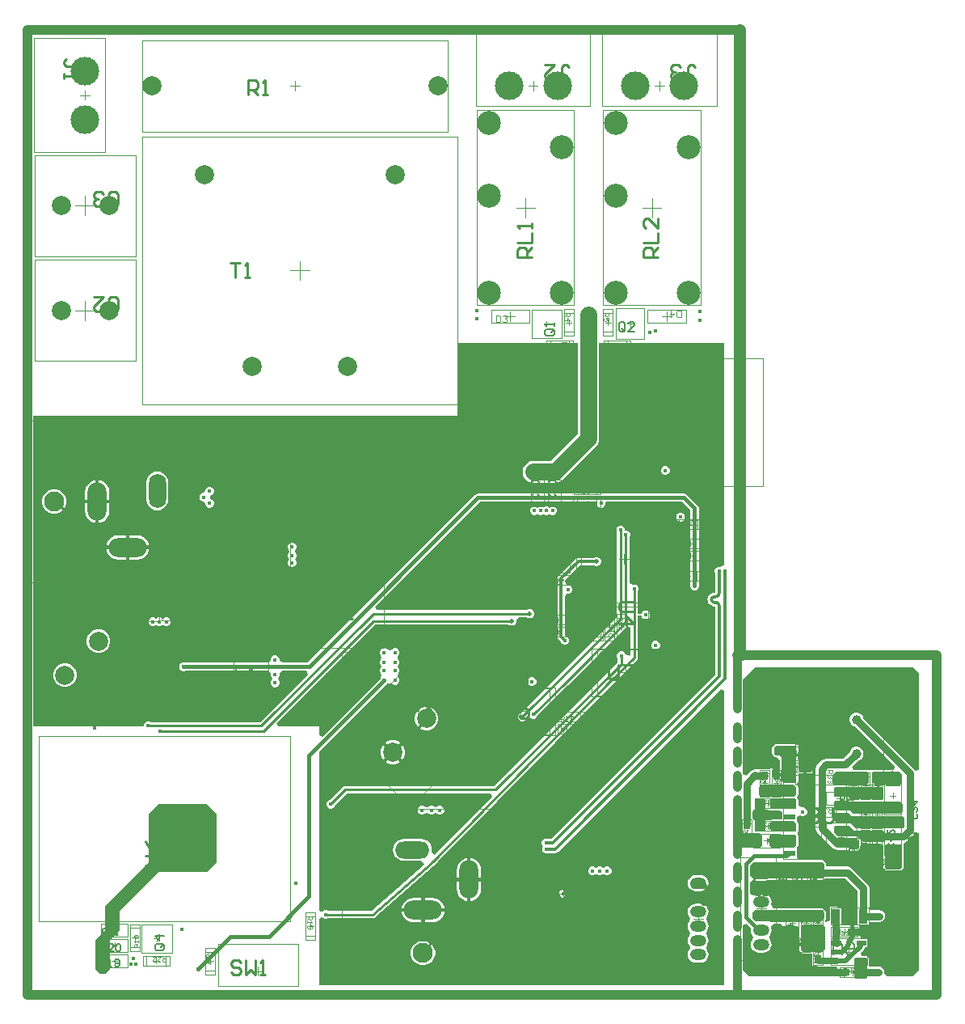
<source format=gbl>
G04*
G04 #@! TF.GenerationSoftware,Altium Limited,Altium Designer,22.7.1 (60)*
G04*
G04 Layer_Physical_Order=4*
G04 Layer_Color=16711680*
%FSLAX25Y25*%
%MOIN*%
G70*
G04*
G04 #@! TF.SameCoordinates,8F3D338C-3F21-4459-BB37-C929D6ECBF1C*
G04*
G04*
G04 #@! TF.FilePolarity,Positive*
G04*
G01*
G75*
%ADD10C,0.00787*%
%ADD11C,0.01968*%
%ADD14C,0.00394*%
%ADD16C,0.01575*%
%ADD17C,0.00591*%
%ADD18C,0.01000*%
%ADD20C,0.00866*%
%ADD21C,0.04000*%
%ADD22C,0.03500*%
%ADD23C,0.05000*%
%ADD49R,0.04331X0.02362*%
%ADD66C,0.08268*%
%ADD74R,0.03800X0.03100*%
%ADD75R,0.02756X0.05118*%
%ADD80R,0.05118X0.02756*%
%ADD83R,0.03100X0.03800*%
%ADD105C,0.03000*%
%ADD106C,0.01473*%
%ADD107C,0.02000*%
%ADD108C,0.01100*%
%ADD109C,0.01200*%
%ADD110C,0.01500*%
%ADD111C,0.02500*%
%ADD115O,0.06693X0.04724*%
%ADD116C,0.03937*%
%ADD117C,0.01181*%
%ADD118C,0.11811*%
%ADD119O,0.14173X0.07087*%
%ADD120O,0.15748X0.07874*%
%ADD121O,0.07874X0.15748*%
%ADD122C,0.07874*%
%ADD123C,0.09843*%
%ADD124O,0.07087X0.14173*%
%ADD125C,0.01772*%
%ADD126C,0.01968*%
%ADD162R,0.04646X0.02284*%
%ADD163R,0.06299X0.03543*%
%ADD164R,0.03543X0.06299*%
%ADD165C,0.07000*%
G36*
X287096Y174628D02*
X286812Y174338D01*
X285596Y173750D01*
X285395Y173833D01*
X284684D01*
X284028Y173561D01*
X283525Y173059D01*
X283254Y172403D01*
Y171692D01*
X283453Y171209D01*
Y165686D01*
Y163175D01*
X283090D01*
X282969Y163151D01*
X282366Y163072D01*
X281692Y162792D01*
X281113Y162348D01*
X280668Y161769D01*
X280389Y161094D01*
X280293Y160371D01*
X280389Y159647D01*
X280668Y158972D01*
X281113Y158393D01*
X281692Y157949D01*
X282366Y157669D01*
X282969Y157590D01*
X283090Y157566D01*
X283453D01*
Y157025D01*
Y129348D01*
X215809Y61704D01*
X214617D01*
X214135Y61904D01*
X213424D01*
X212768Y61632D01*
X212266Y61130D01*
X211994Y60473D01*
Y59763D01*
X212266Y59106D01*
X212573Y58799D01*
X212348Y58574D01*
X212076Y57918D01*
Y57208D01*
X212348Y56551D01*
X212850Y56049D01*
X213507Y55777D01*
X214217D01*
X214501Y55894D01*
X217524D01*
X218163Y56021D01*
X218704Y56383D01*
X285710Y123389D01*
X287096Y122815D01*
Y1427D01*
X120117D01*
Y28897D01*
X121007Y29281D01*
X121617Y29357D01*
X121988Y28986D01*
X122645Y28714D01*
X123355D01*
X124012Y28986D01*
X124047Y29022D01*
X142267D01*
X142504Y29069D01*
X142743Y29100D01*
X142785Y29125D01*
X142833Y29134D01*
X143034Y29268D01*
X143243Y29389D01*
X167123Y50362D01*
X167128Y50367D01*
X167128Y50367D01*
X167729Y50895D01*
X167967Y51121D01*
X168133Y51257D01*
X168212Y51354D01*
X169261Y52419D01*
X241703Y125975D01*
X251181Y135454D01*
X251502Y135933D01*
X251614Y136499D01*
Y153652D01*
X253065Y153770D01*
X253337Y153114D01*
X253337Y153114D01*
X253338Y153113D01*
X253839Y152611D01*
X254496Y152339D01*
X255206D01*
X255863Y152611D01*
X256365Y153114D01*
X256637Y153770D01*
Y154481D01*
X256365Y155137D01*
X255863Y155639D01*
X255206Y155911D01*
X254496D01*
X253839Y155639D01*
X253338Y155138D01*
X253337Y155137D01*
X253337Y155137D01*
X253065Y154481D01*
X251614Y154599D01*
Y163733D01*
X251650Y163768D01*
X251922Y164424D01*
Y165135D01*
X251650Y165791D01*
X251147Y166294D01*
X250491Y166565D01*
X249781D01*
X249614Y166497D01*
X248344Y167129D01*
X248114Y167375D01*
Y185953D01*
X248150Y185988D01*
X248422Y186645D01*
Y187355D01*
X248150Y188012D01*
X247647Y188514D01*
X246991Y188786D01*
X246286D01*
Y189355D01*
X246014Y190012D01*
X245512Y190514D01*
X244855Y190786D01*
X244145D01*
X243488Y190514D01*
X242986Y190012D01*
X242714Y189355D01*
Y188645D01*
X242986Y187988D01*
X243022Y187953D01*
Y153112D01*
X203695Y113786D01*
X203645D01*
X202988Y113514D01*
X202486Y113012D01*
X202214Y112355D01*
Y111645D01*
X202486Y110988D01*
X202988Y110486D01*
X203645Y110214D01*
X204355D01*
X205012Y110486D01*
X205514Y110988D01*
X205664Y111351D01*
X206048Y111536D01*
X206608Y111669D01*
X207286Y111689D01*
X207488Y111486D01*
X208145Y111214D01*
X208855D01*
X209512Y111486D01*
X210014Y111988D01*
X210286Y112645D01*
Y112695D01*
X222795Y125205D01*
X231795Y134205D01*
X231795Y134205D01*
X247157Y149567D01*
X248657Y148945D01*
Y137644D01*
X248069Y137181D01*
X247381Y137382D01*
X246478Y137838D01*
X246297Y138275D01*
X245795Y138777D01*
X245139Y139049D01*
X244428D01*
X243772Y138777D01*
X243269Y138275D01*
X242998Y137618D01*
Y136908D01*
X243269Y136251D01*
X243305Y136216D01*
Y134396D01*
X192388Y83478D01*
X131000D01*
X130434Y83366D01*
X129955Y83045D01*
X124695Y77786D01*
X124645D01*
X123988Y77514D01*
X123486Y77012D01*
X123214Y76355D01*
Y75645D01*
X123486Y74988D01*
X123988Y74486D01*
X124645Y74214D01*
X125355D01*
X126012Y74486D01*
X126514Y74988D01*
X126786Y75645D01*
Y75695D01*
X131612Y80522D01*
X190846D01*
X191425Y79138D01*
X167791Y55140D01*
X166517Y55984D01*
X166534Y56025D01*
X166686Y57185D01*
X166534Y58345D01*
X166086Y59426D01*
X165374Y60354D01*
X164445Y61066D01*
X163365Y61514D01*
X162205Y61667D01*
X155118D01*
X153958Y61514D01*
X152877Y61066D01*
X151949Y60354D01*
X151237Y59426D01*
X150789Y58345D01*
X150636Y57185D01*
X150789Y56025D01*
X151237Y54944D01*
X151949Y54016D01*
X152877Y53304D01*
X153958Y52856D01*
X155118Y52703D01*
X162205D01*
X163382Y51348D01*
X163403Y51031D01*
X141710Y31978D01*
X124047D01*
X124012Y32014D01*
X123355Y32286D01*
X122645D01*
X121988Y32014D01*
X121617Y31643D01*
X121007Y31719D01*
X120117Y32103D01*
Y97738D01*
X147762Y125383D01*
X148012Y125486D01*
X148407Y125881D01*
X149250Y125938D01*
X150093Y125881D01*
X150488Y125486D01*
X151145Y125214D01*
X151855D01*
X152512Y125486D01*
X153014Y125988D01*
X153286Y126645D01*
Y127355D01*
X153014Y128012D01*
X152972Y128053D01*
X152668Y129000D01*
X152972Y129947D01*
X153014Y129988D01*
X153286Y130645D01*
Y131355D01*
X153014Y132012D01*
X152633Y132750D01*
X153014Y133488D01*
X153286Y134145D01*
Y134855D01*
X153014Y135512D01*
X152972Y135553D01*
X152668Y136500D01*
X152972Y137447D01*
X153014Y137488D01*
X153286Y138145D01*
Y138855D01*
X153014Y139512D01*
X152512Y140014D01*
X151855Y140286D01*
X151145D01*
X150488Y140014D01*
X150093Y139619D01*
X149250Y139561D01*
X148407Y139619D01*
X148012Y140014D01*
X147355Y140286D01*
X146645D01*
X145988Y140014D01*
X145486Y139512D01*
X145214Y138855D01*
Y138145D01*
X145486Y137488D01*
X145528Y137447D01*
X145832Y136500D01*
X145528Y135553D01*
X145486Y135512D01*
X145214Y134855D01*
Y134145D01*
X145486Y133488D01*
X145867Y132750D01*
X145486Y132012D01*
X145214Y131355D01*
Y130645D01*
X145486Y129988D01*
X145528Y129947D01*
X145832Y129000D01*
X145528Y128053D01*
X145486Y128012D01*
X145383Y127762D01*
X121503Y103882D01*
X120117Y104456D01*
Y108016D01*
X103066D01*
X102492Y109401D01*
X143112Y150022D01*
X198314D01*
X198433Y149903D01*
X199125Y149616D01*
X199875D01*
X200567Y149903D01*
X201097Y150433D01*
X201384Y151125D01*
Y151875D01*
X202533Y153022D01*
X205814D01*
X205933Y152903D01*
X206625Y152616D01*
X207375D01*
X208067Y152903D01*
X208597Y153433D01*
X208884Y154125D01*
Y154875D01*
X208597Y155567D01*
X208067Y156097D01*
X207375Y156384D01*
X206625D01*
X205933Y156097D01*
X205814Y155978D01*
X143825D01*
X143204Y157478D01*
X186379Y200653D01*
X234502D01*
X234702Y200355D01*
Y199645D01*
X234974Y198988D01*
X235476Y198486D01*
X236132Y198214D01*
X236843D01*
X237499Y198486D01*
X238001Y198988D01*
X238273Y199645D01*
Y200355D01*
X238473Y200653D01*
X269967D01*
X273327Y197294D01*
Y166614D01*
X273223Y166364D01*
Y165654D01*
X273495Y164998D01*
X273998Y164495D01*
X274654Y164223D01*
X275364D01*
X276021Y164495D01*
X276523Y164998D01*
X276795Y165654D01*
Y166364D01*
X276692Y166614D01*
Y197991D01*
X276692Y197991D01*
X276564Y198635D01*
X276199Y199180D01*
X276199Y199180D01*
X271854Y203525D01*
X271308Y203890D01*
X270664Y204018D01*
X185682D01*
X185038Y203890D01*
X184493Y203525D01*
X115334Y134367D01*
X105087D01*
X103786Y135145D01*
Y135855D01*
X103514Y136512D01*
X103012Y137014D01*
X102355Y137286D01*
X101645D01*
X100988Y137014D01*
X100486Y136512D01*
X100214Y135855D01*
Y135145D01*
X98913Y134367D01*
X64790D01*
X64540Y134470D01*
X63829D01*
X63173Y134199D01*
X62671Y133696D01*
X62399Y133040D01*
Y132329D01*
X62671Y131673D01*
X63173Y131171D01*
X63829Y130899D01*
X64540D01*
X64790Y131002D01*
X99066D01*
X100214Y129855D01*
Y129145D01*
X100486Y128488D01*
X100867Y127750D01*
X100486Y127012D01*
X100214Y126355D01*
Y125645D01*
X100486Y124988D01*
X100988Y124486D01*
X101645Y124214D01*
X102355D01*
X103012Y124486D01*
X103514Y124988D01*
X103786Y125645D01*
Y126355D01*
X103514Y127012D01*
X103133Y127750D01*
X103514Y128488D01*
X103786Y129145D01*
Y129855D01*
X104934Y131002D01*
X114790D01*
X115411Y129502D01*
X95703Y109793D01*
X50732D01*
X50697Y109829D01*
X50040Y110101D01*
X49330D01*
X48673Y109829D01*
X48171Y109327D01*
X47899Y108670D01*
Y108016D01*
X2096D01*
X2096Y218404D01*
X2096Y236226D01*
X177096D01*
Y266226D01*
X226773D01*
Y228549D01*
X215662Y217438D01*
X208500D01*
X207351Y217287D01*
X206281Y216843D01*
X205362Y216138D01*
X204657Y215219D01*
X204213Y214149D01*
X204062Y213000D01*
X204213Y211851D01*
X204657Y210781D01*
X205362Y209862D01*
X206281Y209157D01*
X207351Y208713D01*
X208500Y208562D01*
X217500D01*
X218649Y208713D01*
X219719Y209157D01*
X220638Y209862D01*
X234349Y223572D01*
X235054Y224492D01*
X235497Y225562D01*
X235649Y226711D01*
Y266226D01*
X287096D01*
Y174628D01*
D02*
G37*
G36*
X367500Y130000D02*
Y90184D01*
X367072Y90027D01*
X366000Y89934D01*
X365630Y90488D01*
X344522Y111596D01*
X344405Y112032D01*
X344028Y112686D01*
X343494Y113221D01*
X342839Y113598D01*
X342110Y113794D01*
X341355D01*
X340625Y113598D01*
X339971Y113221D01*
X339437Y112686D01*
X339059Y112032D01*
X338864Y111303D01*
Y110547D01*
X339059Y109818D01*
X339437Y109164D01*
X339971Y108630D01*
X340625Y108252D01*
X341062Y108135D01*
X357597Y91600D01*
X357023Y90214D01*
X348500D01*
X348227Y90159D01*
X347995Y90005D01*
X346578Y89979D01*
X346429Y90004D01*
X346156Y90058D01*
X340620D01*
X339999Y91558D01*
X342403Y93962D01*
X342839Y94079D01*
X343494Y94457D01*
X344028Y94991D01*
X344405Y95645D01*
X344601Y96374D01*
Y97130D01*
X344405Y97859D01*
X344028Y98513D01*
X343494Y99047D01*
X342839Y99425D01*
X342110Y99620D01*
X341355D01*
X340625Y99425D01*
X339971Y99047D01*
X339437Y98513D01*
X339059Y97859D01*
X338942Y97423D01*
X336297Y94777D01*
X329157D01*
X328221Y94591D01*
X327427Y94060D01*
X325670Y92303D01*
X325139Y91509D01*
X324953Y90573D01*
Y66206D01*
X325139Y65269D01*
X325670Y64476D01*
X332229Y57916D01*
X333023Y57386D01*
X333959Y57200D01*
X338292D01*
Y57047D01*
X338644D01*
X338795Y56895D01*
X339027Y56741D01*
X339300Y56686D01*
X342000D01*
X342273Y56741D01*
X342505Y56895D01*
X342656Y57047D01*
X342792D01*
X342883Y57274D01*
X343005Y57395D01*
X343159Y57627D01*
X343214Y57900D01*
X343214Y58100D01*
X343214Y58100D01*
X343214Y58100D01*
X343214Y58372D01*
Y58714D01*
X343570Y59110D01*
X344500Y59786D01*
X351508D01*
X351518Y59785D01*
X352786Y59000D01*
X352786Y58499D01*
Y50000D01*
X352841Y49727D01*
X352995Y49495D01*
X353495Y48995D01*
X353727Y48841D01*
X354000Y48786D01*
X360000D01*
X360273Y48841D01*
X360505Y48995D01*
X361005Y49495D01*
X361159Y49727D01*
X361214Y50000D01*
Y59000D01*
X361219Y59100D01*
X361618Y60079D01*
X361734Y60283D01*
X362031Y60600D01*
X362230Y60639D01*
X363024Y61170D01*
X365630Y63776D01*
X366000Y64329D01*
X367072Y64236D01*
X367500Y64079D01*
Y7500D01*
X365000Y5000D01*
X354216D01*
X353214Y6500D01*
X353257Y6716D01*
X353071Y7653D01*
X352540Y8447D01*
X351746Y8977D01*
X350810Y9163D01*
X346964D01*
X346964Y12250D01*
X346909Y12523D01*
X346755Y12755D01*
X346755Y12755D01*
X346566Y12943D01*
Y13289D01*
X346032Y13404D01*
X346023Y13409D01*
X345752Y13463D01*
X345750Y13464D01*
X345750Y13464D01*
X345138Y13464D01*
X343960D01*
X343386Y14850D01*
X344774Y16237D01*
X345194Y16866D01*
X345222Y17007D01*
X346566D01*
Y20770D01*
X344277D01*
X343920Y20821D01*
X343438Y21213D01*
X343088Y21729D01*
X342861Y22141D01*
Y22773D01*
X339961D01*
Y23523D01*
X339211D01*
Y26073D01*
X337174Y26073D01*
X337058Y26074D01*
X335679Y26357D01*
Y33779D01*
X330735D01*
Y28177D01*
X330708Y28129D01*
X329235Y27460D01*
X328914Y27740D01*
X328876Y28218D01*
X328942Y28432D01*
X329096Y28664D01*
X329151Y28937D01*
Y31563D01*
X329096Y31836D01*
X328942Y32068D01*
X328005Y33005D01*
X327773Y33159D01*
X327500Y33214D01*
X307367D01*
X307027Y33551D01*
X306474Y34714D01*
X306623Y35074D01*
X306735Y35925D01*
X306623Y36777D01*
X306294Y37570D01*
X305771Y38252D01*
X305090Y38775D01*
X304296Y39103D01*
X303445Y39215D01*
X301476D01*
X300625Y39103D01*
X299831Y38775D01*
X299367Y38418D01*
X298536Y38631D01*
X297867Y39044D01*
Y43692D01*
X298143Y44076D01*
X299016Y44857D01*
X299903D01*
X300625Y44558D01*
X301476Y44446D01*
X303445D01*
X304296Y44558D01*
X305019Y44857D01*
X327776D01*
X328049Y44911D01*
X328280Y45066D01*
X328602Y45388D01*
X337152D01*
X342177Y40362D01*
Y33779D01*
X342153D01*
Y27573D01*
X342153Y26080D01*
X340711Y26073D01*
Y24273D01*
X342861D01*
Y24580D01*
X342861Y26073D01*
X344358Y26080D01*
X347096D01*
Y27483D01*
X351170D01*
X352107Y27669D01*
X352901Y28199D01*
X353431Y28993D01*
X353617Y29930D01*
X353431Y30866D01*
X352901Y31660D01*
X352107Y32190D01*
X351170Y32377D01*
X347096D01*
Y33779D01*
X347071D01*
Y41376D01*
X346885Y42312D01*
X346355Y43106D01*
X339896Y49565D01*
X339102Y50095D01*
X338165Y50282D01*
X329151D01*
Y51583D01*
X329096Y51856D01*
X328942Y52087D01*
X328261Y52768D01*
X328029Y52923D01*
X327756Y52977D01*
X318223D01*
X317157Y54024D01*
Y57708D01*
X317659Y58727D01*
X317714Y59000D01*
Y63000D01*
X317659Y63273D01*
X317505Y63505D01*
X317659Y64883D01*
X317714Y65156D01*
Y68000D01*
X317659Y68273D01*
X317505Y68505D01*
X317504Y68505D01*
X317157Y69024D01*
Y70697D01*
X318607Y71367D01*
X319264Y71095D01*
X319974D01*
X320631Y71367D01*
X321133Y71869D01*
X321405Y72526D01*
Y73236D01*
X321133Y73892D01*
X320631Y74395D01*
X319974Y74667D01*
X319264D01*
X319214Y74646D01*
X317802Y75413D01*
X317714Y75525D01*
Y77900D01*
X317659Y78173D01*
X317195Y78960D01*
X317505Y79495D01*
X317659Y79727D01*
X317714Y80000D01*
Y83000D01*
X317659Y83273D01*
X317505Y83505D01*
X317504Y83505D01*
X317157Y84024D01*
Y84647D01*
X317505Y84995D01*
X317659Y85227D01*
X317714Y85500D01*
Y88755D01*
X319723D01*
Y89000D01*
X318500D01*
Y89500D01*
X318000Y90000D01*
Y100509D01*
X316845Y100612D01*
X316773Y100659D01*
X316500Y100714D01*
X311729D01*
X311555Y100786D01*
X310845D01*
X310671Y100714D01*
X309529Y100714D01*
X309355Y100786D01*
X308645D01*
X308446Y100704D01*
X308362Y100687D01*
X308225Y100659D01*
X308225Y100659D01*
X308224Y100659D01*
X308110Y100582D01*
X308038Y100535D01*
X307988Y100514D01*
X307486Y100012D01*
X307474Y99984D01*
X307195Y99704D01*
X307195Y99703D01*
X307195Y99703D01*
X307119Y99589D01*
X307041Y99472D01*
X307041Y99471D01*
X307041Y99471D01*
X307014Y99334D01*
X306987Y99199D01*
X306988Y99198D01*
X306987Y99197D01*
X306996Y96784D01*
X306996Y96782D01*
X306996Y96781D01*
X307024Y96648D01*
X307051Y96510D01*
X307052Y96509D01*
X307052Y96508D01*
X307130Y96394D01*
X307207Y96280D01*
X307208Y96279D01*
X307209Y96278D01*
X307785Y95710D01*
X307786Y95709D01*
X307787Y95708D01*
X307903Y95632D01*
X308018Y95557D01*
X308019Y95556D01*
X308020Y95556D01*
X308156Y95530D01*
X308291Y95504D01*
X308292Y95505D01*
X308294Y95504D01*
X308912Y95511D01*
X310286Y94151D01*
Y90795D01*
X309445D01*
Y87895D01*
X307945D01*
Y90795D01*
X306145D01*
X306113Y90495D01*
X301613D01*
Y90495D01*
X300113Y90425D01*
X300000Y90447D01*
X299064Y90261D01*
X298270Y89730D01*
X296386Y87846D01*
X295000Y88420D01*
Y127500D01*
X300000Y132500D01*
X365000D01*
X367500Y130000D01*
D02*
G37*
G36*
X317000Y99500D02*
Y86000D01*
Y85500D01*
X316283Y84783D01*
X311717Y84783D01*
X311000Y85500D01*
Y95505D01*
X310258Y96239D01*
X308286Y96218D01*
X307710Y96786D01*
X307701Y99200D01*
X308498Y100000D01*
X311500Y100000D01*
X316500D01*
X317000Y99500D01*
D02*
G37*
G36*
X360500Y88500D02*
Y84000D01*
X349500Y84000D01*
X348500Y85000D01*
Y89500D01*
X359500D01*
X360500Y88500D01*
D02*
G37*
G36*
X347000D02*
Y85000D01*
X345844Y83844D01*
X332811Y83844D01*
X332000Y84656D01*
Y88000D01*
X333344Y89344D01*
X346156D01*
X347000Y88500D01*
D02*
G37*
G36*
X316000Y84000D02*
X317000Y83000D01*
Y80000D01*
X316000Y79000D01*
X302500D01*
X301500Y80000D01*
Y83000D01*
X302500Y84000D01*
X316000Y84000D01*
D02*
G37*
G36*
X353000Y82500D02*
Y78500D01*
X352500Y78000D01*
X339500D01*
X338500Y79000D01*
X332500D01*
Y82500D01*
X333000Y83000D01*
X352500D01*
X353000Y82500D01*
D02*
G37*
G36*
X317000Y77900D02*
Y74400D01*
X316700Y74100D01*
X306700D01*
X306200Y74600D01*
Y77900D01*
X306600Y78300D01*
X316600D01*
X317000Y77900D01*
D02*
G37*
G36*
X339000Y77000D02*
X360000D01*
X361000Y76000D01*
Y73000D01*
X360000Y72000D01*
X340500Y72000D01*
X339000Y73500D01*
X333500Y73500D01*
X332500Y74500D01*
Y77000D01*
X333000Y77500D01*
X338500D01*
X339000Y77000D01*
D02*
G37*
G36*
X304088Y77812D02*
Y73820D01*
X304958D01*
Y73820D01*
X306328Y73507D01*
X306427Y73441D01*
X306700Y73386D01*
X309892D01*
X311111Y72708D01*
Y69714D01*
X307000D01*
X306727Y69659D01*
X306495Y69505D01*
X306458Y69467D01*
X304958Y69550D01*
X304958Y69550D01*
X304088D01*
Y65188D01*
X303800Y64900D01*
X300100D01*
X299700Y65300D01*
Y69550D01*
X299158D01*
X298895Y70941D01*
Y72428D01*
X299158Y73820D01*
X299700D01*
Y77600D01*
X300200Y78100D01*
X303800Y78100D01*
X304088Y77812D01*
D02*
G37*
G36*
X340000Y71000D02*
X361000D01*
X361500Y70500D01*
Y66500D01*
X361000Y66000D01*
X341500D01*
X339000Y68500D01*
X333500Y68500D01*
X332500Y69500D01*
Y72000D01*
X333000Y72500D01*
X338500D01*
X340000Y71000D01*
D02*
G37*
G36*
X317000Y68000D02*
Y65156D01*
X316503Y64659D01*
X307341D01*
X306000Y66000D01*
Y68000D01*
X307000Y69000D01*
X316000D01*
X317000Y68000D01*
D02*
G37*
G36*
X340800Y65200D02*
X353000D01*
X354000Y64200D01*
Y61500D01*
X353000Y60500D01*
X344500D01*
X342200Y62800D01*
X334200Y62800D01*
X332500Y64500D01*
Y66700D01*
X333000Y67200D01*
X338800D01*
X340800Y65200D01*
D02*
G37*
G36*
X317000Y63000D02*
Y59000D01*
X316000Y58000D01*
X307000D01*
X306000Y59000D01*
Y63000D01*
X306606Y63606D01*
X316394D01*
X317000Y63000D01*
D02*
G37*
G36*
X303000D02*
Y59000D01*
X302000Y58000D01*
X295000D01*
X294000Y59000D01*
Y63000D01*
X295000Y64000D01*
X302000D01*
X303000Y63000D01*
D02*
G37*
G36*
X342500Y61100D02*
Y58100D01*
X342500Y57900D01*
X342000Y57400D01*
X339300D01*
X338600Y58100D01*
X337500Y59200D01*
X332600D01*
X332300Y59500D01*
Y61800D01*
X332600Y62100D01*
X341500D01*
X342500Y61100D01*
D02*
G37*
G36*
X360500Y59000D02*
Y50000D01*
X360000Y49500D01*
X354000D01*
X353500Y50000D01*
Y59000D01*
X354000Y59500D01*
X360000D01*
X360500Y59000D01*
D02*
G37*
G36*
X328437Y51583D02*
Y46232D01*
X327776Y45571D01*
X299016D01*
X297835Y46752D01*
Y50689D01*
X299410Y52264D01*
X327756D01*
X328437Y51583D01*
D02*
G37*
G36*
Y31563D02*
Y28937D01*
X327000Y27500D01*
X306376D01*
X306000Y27771D01*
X300087D01*
X298937Y28921D01*
Y31421D01*
X300016Y32500D01*
X327500D01*
X328437Y31563D01*
D02*
G37*
G36*
X329000Y25500D02*
Y16500D01*
X327500Y15000D01*
X320000D01*
X319000Y16000D01*
Y25500D01*
X320000Y26500D01*
X328000Y26500D01*
X329000Y25500D01*
D02*
G37*
G36*
X311505Y25910D02*
X317361Y25910D01*
X318000Y25271D01*
Y20949D01*
X318286D01*
Y16000D01*
X318341Y15727D01*
X318495Y15495D01*
X319083Y14907D01*
Y14645D01*
X319346D01*
X319495Y14495D01*
X319727Y14341D01*
X320000Y14286D01*
X323546D01*
Y9398D01*
X325235D01*
X325257Y9383D01*
X326096Y9216D01*
X332825D01*
X333465Y9216D01*
X334304Y7854D01*
Y7466D01*
X337204D01*
Y5966D01*
X334304D01*
Y5000D01*
X297500D01*
X295000Y7500D01*
Y26186D01*
X296386Y26760D01*
X298284Y24861D01*
X298186Y24114D01*
X298298Y23262D01*
X298627Y22469D01*
X298841Y22189D01*
X299033Y21161D01*
X298841Y20133D01*
X298627Y19854D01*
X298298Y19060D01*
X298186Y18209D01*
X298298Y17357D01*
X298627Y16564D01*
X299150Y15882D01*
X299831Y15359D01*
X300625Y15031D01*
X301476Y14918D01*
X303445D01*
X304296Y15031D01*
X305090Y15359D01*
X305771Y15882D01*
X306294Y16564D01*
X306623Y17357D01*
X306735Y18209D01*
X306623Y19060D01*
X306294Y19854D01*
X306080Y20133D01*
X305888Y21161D01*
X306080Y22189D01*
X306294Y22469D01*
X306623Y23262D01*
X306735Y24114D01*
X306623Y24966D01*
X306490Y25286D01*
X307084Y26495D01*
X307397Y26786D01*
X310687D01*
X311505Y25910D01*
D02*
G37*
G36*
X78000Y72000D02*
Y52000D01*
X74000Y48000D01*
X54000D01*
X38000Y32000D01*
Y24000D01*
X34000Y20000D01*
Y8000D01*
X32000Y6000D01*
X30000D01*
X28000Y8000D01*
Y20000D01*
X32000Y24000D01*
Y34000D01*
X50000Y52000D01*
Y72000D01*
X54000Y76000D01*
X74000D01*
X78000Y72000D01*
D02*
G37*
G36*
X346250Y12250D02*
X346250Y4750D01*
X345750Y4250D01*
X341250D01*
X340750Y4750D01*
Y12250D01*
X341250Y12750D01*
X345750D01*
X346250Y12250D01*
D02*
G37*
%LPC*%
G36*
X263355Y215286D02*
X262645D01*
X261988Y215014D01*
X261486Y214512D01*
X261214Y213855D01*
Y213145D01*
X261486Y212488D01*
X261988Y211986D01*
X262645Y211714D01*
X263355D01*
X264012Y211986D01*
X264514Y212488D01*
X264786Y213145D01*
Y213855D01*
X264514Y214512D01*
X264012Y215014D01*
X263355Y215286D01*
D02*
G37*
G36*
X29347Y209588D02*
Y201520D01*
X33577D01*
Y204707D01*
X33407Y205996D01*
X32910Y207196D01*
X32118Y208228D01*
X31087Y209019D01*
X29886Y209517D01*
X29347Y209588D01*
D02*
G37*
G36*
X27847D02*
X27309Y209517D01*
X26108Y209019D01*
X25076Y208228D01*
X24285Y207196D01*
X23787Y205996D01*
X23618Y204707D01*
Y201520D01*
X27847D01*
Y209588D01*
D02*
G37*
G36*
X216855Y198786D02*
X216145D01*
X215488Y198514D01*
X215250Y198275D01*
X215012Y198514D01*
X214355Y198786D01*
X213645D01*
X212988Y198514D01*
X212750Y198275D01*
X212512Y198514D01*
X211855Y198786D01*
X211145D01*
X210488Y198514D01*
X210250Y198275D01*
X210012Y198514D01*
X209355Y198786D01*
X208645D01*
X207988Y198514D01*
X207486Y198012D01*
X207214Y197355D01*
Y196645D01*
X207486Y195988D01*
X207988Y195486D01*
X208645Y195214D01*
X209355D01*
X210012Y195486D01*
X210250Y195724D01*
X210488Y195486D01*
X211145Y195214D01*
X211855D01*
X212512Y195486D01*
X212750Y195724D01*
X212988Y195486D01*
X213645Y195214D01*
X214355D01*
X215012Y195486D01*
X215250Y195724D01*
X215488Y195486D01*
X216145Y195214D01*
X216855D01*
X217512Y195486D01*
X218014Y195988D01*
X218286Y196645D01*
Y197355D01*
X218014Y198012D01*
X217512Y198514D01*
X216855Y198786D01*
D02*
G37*
G36*
X75355Y206786D02*
X74645D01*
X73988Y206514D01*
X73486Y206012D01*
X73214Y205355D01*
X72945Y204555D01*
X72145Y204286D01*
X71488Y204014D01*
X70986Y203512D01*
X70714Y202855D01*
Y202145D01*
X70986Y201488D01*
X71488Y200986D01*
X72145Y200714D01*
X72945Y200445D01*
X73214Y199645D01*
X73486Y198988D01*
X73988Y198486D01*
X74645Y198214D01*
X75355D01*
X76012Y198486D01*
X76514Y198988D01*
X76786Y199645D01*
Y200355D01*
X76514Y201012D01*
X76012Y201514D01*
X75355Y201786D01*
Y203214D01*
X76012Y203486D01*
X76514Y203988D01*
X76786Y204645D01*
Y205355D01*
X76514Y206012D01*
X76012Y206514D01*
X75355Y206786D01*
D02*
G37*
G36*
X53401Y213125D02*
X52241Y212973D01*
X51160Y212525D01*
X50232Y211813D01*
X49519Y210884D01*
X49072Y209804D01*
X48919Y208644D01*
Y201557D01*
X49072Y200397D01*
X49519Y199316D01*
X50232Y198388D01*
X51160Y197676D01*
X52241Y197228D01*
X53401Y197075D01*
X54561Y197228D01*
X55641Y197676D01*
X56570Y198388D01*
X57282Y199316D01*
X57730Y200397D01*
X57882Y201557D01*
Y208644D01*
X57730Y209804D01*
X57282Y210884D01*
X56570Y211813D01*
X55641Y212525D01*
X54561Y212973D01*
X53401Y213125D01*
D02*
G37*
G36*
X11543Y205804D02*
X10218D01*
X8938Y205461D01*
X7790Y204798D01*
X6853Y203861D01*
X6190Y202713D01*
X5847Y201432D01*
Y200107D01*
X6190Y198827D01*
X6853Y197679D01*
X7790Y196742D01*
X8938Y196079D01*
X10218Y195736D01*
X11543D01*
X12824Y196079D01*
X13972Y196742D01*
X14909Y197679D01*
X15572Y198827D01*
X15915Y200107D01*
Y201432D01*
X15572Y202713D01*
X14909Y203861D01*
X13972Y204798D01*
X12824Y205461D01*
X11543Y205804D01*
D02*
G37*
G36*
X269555Y196112D02*
X268845D01*
X268188Y195840D01*
X267686Y195338D01*
X267414Y194681D01*
Y193971D01*
X267686Y193315D01*
X268188Y192812D01*
X268845Y192540D01*
X269555D01*
X270212Y192812D01*
X270714Y193315D01*
X270986Y193971D01*
Y194681D01*
X270714Y195338D01*
X270212Y195840D01*
X269555Y196112D01*
D02*
G37*
G36*
X33577Y200020D02*
X29347D01*
Y191952D01*
X29886Y192023D01*
X31087Y192520D01*
X32118Y193312D01*
X32910Y194343D01*
X33407Y195544D01*
X33577Y196833D01*
Y200020D01*
D02*
G37*
G36*
X27847D02*
X23618D01*
Y196833D01*
X23787Y195544D01*
X24285Y194343D01*
X25076Y193312D01*
X26108Y192520D01*
X27309Y192023D01*
X27847Y191952D01*
Y200020D01*
D02*
G37*
G36*
X45133Y186852D02*
X41946D01*
Y182622D01*
X50014D01*
X49943Y183161D01*
X49445Y184362D01*
X48654Y185393D01*
X47623Y186184D01*
X46422Y186682D01*
X45133Y186852D01*
D02*
G37*
G36*
X40446D02*
X37259D01*
X35970Y186682D01*
X34769Y186184D01*
X33738Y185393D01*
X32946Y184362D01*
X32449Y183161D01*
X32378Y182622D01*
X40446D01*
Y186852D01*
D02*
G37*
G36*
X50014Y181122D02*
X41946D01*
Y176892D01*
X45133D01*
X46422Y177062D01*
X47623Y177559D01*
X48654Y178351D01*
X49445Y179382D01*
X49943Y180583D01*
X50014Y181122D01*
D02*
G37*
G36*
X40446D02*
X32378D01*
X32449Y180583D01*
X32946Y179382D01*
X33738Y178351D01*
X34769Y177559D01*
X35970Y177062D01*
X37259Y176892D01*
X40446D01*
Y181122D01*
D02*
G37*
G36*
X234875Y177884D02*
X234125D01*
X233433Y177597D01*
X233365Y177529D01*
X227037D01*
X226452Y177413D01*
X225956Y177081D01*
X218919Y170044D01*
X218587Y169548D01*
X218471Y168963D01*
Y145000D01*
X218587Y144415D01*
X218919Y143919D01*
X219730Y143107D01*
X219986Y142488D01*
X220488Y141986D01*
X221145Y141714D01*
X221855D01*
X222512Y141986D01*
X223014Y142488D01*
X223286Y143145D01*
Y143855D01*
X223014Y144512D01*
X222512Y145014D01*
X221892Y145270D01*
X221529Y145633D01*
Y161528D01*
X222345Y162814D01*
X223055D01*
X223712Y163086D01*
X224214Y163588D01*
X224486Y164245D01*
Y164955D01*
X224214Y165612D01*
X223712Y166114D01*
X223055Y166386D01*
X222345D01*
X221529Y167672D01*
Y168330D01*
X227671Y174471D01*
X233365D01*
X233433Y174403D01*
X234125Y174116D01*
X234875D01*
X235567Y174403D01*
X236097Y174933D01*
X236384Y175625D01*
Y176375D01*
X236097Y177067D01*
X235567Y177597D01*
X234875Y177884D01*
D02*
G37*
G36*
X109355Y183786D02*
X108645D01*
X107988Y183514D01*
X107486Y183012D01*
X107214Y182355D01*
Y181645D01*
X107486Y180988D01*
X107867Y180250D01*
X107486Y179512D01*
X107214Y178855D01*
Y178145D01*
X107486Y177488D01*
X107975Y177000D01*
X107486Y176512D01*
X107214Y175855D01*
Y175145D01*
X107486Y174488D01*
X107988Y173986D01*
X108645Y173714D01*
X109355D01*
X110012Y173986D01*
X110514Y174488D01*
X110786Y175145D01*
Y175855D01*
X110514Y176512D01*
X110026Y177000D01*
X110514Y177488D01*
X110786Y178145D01*
Y178855D01*
X110514Y179512D01*
X110133Y180250D01*
X110514Y180988D01*
X110786Y181645D01*
Y182355D01*
X110514Y183012D01*
X110012Y183514D01*
X109355Y183786D01*
D02*
G37*
G36*
X57442Y152967D02*
X56731D01*
X56075Y152695D01*
X55709Y152329D01*
X55342Y152695D01*
X54686Y152967D01*
X53975D01*
X53319Y152695D01*
X52953Y152329D01*
X52586Y152695D01*
X51930Y152967D01*
X51220D01*
X50563Y152695D01*
X50061Y152193D01*
X49789Y151536D01*
Y150826D01*
X50061Y150170D01*
X50563Y149667D01*
X51220Y149395D01*
X51930D01*
X52586Y149667D01*
X52953Y150033D01*
X53319Y149667D01*
X53975Y149395D01*
X54686D01*
X55342Y149667D01*
X55709Y150033D01*
X56075Y149667D01*
X56731Y149395D01*
X57442D01*
X58098Y149667D01*
X58601Y150170D01*
X58872Y150826D01*
Y151536D01*
X58601Y152193D01*
X58098Y152695D01*
X57442Y152967D01*
D02*
G37*
G36*
X259355Y143286D02*
X258645D01*
X257988Y143014D01*
X257486Y142512D01*
X257214Y141855D01*
Y141145D01*
X257486Y140488D01*
X257988Y139986D01*
X258645Y139714D01*
X259355D01*
X260012Y139986D01*
X260514Y140488D01*
X260786Y141145D01*
Y141855D01*
X260514Y142512D01*
X260012Y143014D01*
X259355Y143286D01*
D02*
G37*
G36*
X29805Y148000D02*
X28532D01*
X27301Y147670D01*
X26198Y147033D01*
X25298Y146133D01*
X24661Y145029D01*
X24331Y143799D01*
Y142526D01*
X24661Y141296D01*
X25298Y140192D01*
X26198Y139292D01*
X27301Y138655D01*
X28532Y138326D01*
X29805D01*
X31035Y138655D01*
X32138Y139292D01*
X33039Y140192D01*
X33676Y141296D01*
X34005Y142526D01*
Y143799D01*
X33676Y145029D01*
X33039Y146133D01*
X32138Y147033D01*
X31035Y147670D01*
X29805Y148000D01*
D02*
G37*
G36*
X208355Y128286D02*
X207645D01*
X206988Y128014D01*
X206486Y127512D01*
X206214Y126855D01*
Y126145D01*
X206486Y125488D01*
X206988Y124986D01*
X207645Y124714D01*
X208355D01*
X209012Y124986D01*
X209514Y125488D01*
X209786Y126145D01*
Y126855D01*
X209514Y127512D01*
X209012Y128014D01*
X208355Y128286D01*
D02*
G37*
G36*
X15886Y134080D02*
X14612D01*
X13382Y133750D01*
X12279Y133114D01*
X11378Y132213D01*
X10741Y131110D01*
X10412Y129880D01*
Y128606D01*
X10741Y127376D01*
X11378Y126273D01*
X12279Y125372D01*
X13382Y124736D01*
X14612Y124406D01*
X15886D01*
X17116Y124736D01*
X18219Y125372D01*
X19119Y126273D01*
X19756Y127376D01*
X20086Y128606D01*
Y129880D01*
X19756Y131110D01*
X19119Y132213D01*
X18219Y133114D01*
X17116Y133750D01*
X15886Y134080D01*
D02*
G37*
G36*
X165077Y116127D02*
X163803D01*
X162573Y115798D01*
X161470Y115161D01*
X160569Y114260D01*
X159933Y113157D01*
X159603Y111927D01*
Y110653D01*
X159933Y109423D01*
X160569Y108320D01*
X161470Y107420D01*
X162573Y106783D01*
X163803Y106453D01*
X165077D01*
X166307Y106783D01*
X167410Y107420D01*
X168311Y108320D01*
X168947Y109423D01*
X169277Y110653D01*
Y111927D01*
X168947Y113157D01*
X168311Y114260D01*
X167410Y115161D01*
X166307Y115798D01*
X165077Y116127D01*
D02*
G37*
G36*
X151171Y102308D02*
X149871D01*
X148615Y101971D01*
X147579Y101373D01*
X150521Y98432D01*
X153462Y101373D01*
X152426Y101971D01*
X151171Y102308D01*
D02*
G37*
G36*
X146518Y100313D02*
X145920Y99277D01*
X145584Y98021D01*
Y96721D01*
X145920Y95465D01*
X146518Y94429D01*
X149460Y97371D01*
X146518Y100313D01*
D02*
G37*
G36*
X154523D02*
X151581Y97371D01*
X154523Y94429D01*
X155121Y95465D01*
X155458Y96721D01*
Y98021D01*
X155121Y99277D01*
X154523Y100313D01*
D02*
G37*
G36*
X150521Y96310D02*
X147579Y93369D01*
X148615Y92770D01*
X149871Y92434D01*
X151171D01*
X152426Y92770D01*
X153462Y93369D01*
X150521Y96310D01*
D02*
G37*
G36*
X170355Y75286D02*
X169645D01*
X168988Y75014D01*
X168250Y74633D01*
X167512Y75014D01*
X166855Y75286D01*
X166145D01*
X165488Y75014D01*
X165447Y74972D01*
X164500Y74668D01*
X163553Y74972D01*
X163512Y75014D01*
X162855Y75286D01*
X162145D01*
X161488Y75014D01*
X160986Y74512D01*
X160714Y73855D01*
Y73145D01*
X160986Y72488D01*
X161488Y71986D01*
X162145Y71714D01*
X162855D01*
X163512Y71986D01*
X163553Y72028D01*
X164500Y72332D01*
X165447Y72028D01*
X165488Y71986D01*
X166145Y71714D01*
X166855D01*
X167512Y71986D01*
X168250Y72367D01*
X168988Y71986D01*
X169645Y71714D01*
X170355D01*
X171012Y71986D01*
X171514Y72488D01*
X171786Y73145D01*
Y73855D01*
X171514Y74512D01*
X171012Y75014D01*
X170355Y75286D01*
D02*
G37*
G36*
X239355Y50286D02*
X238645D01*
X237988Y50014D01*
X237500Y49525D01*
X237012Y50014D01*
X236355Y50286D01*
X235645D01*
X234988Y50014D01*
X234500Y49525D01*
X234012Y50014D01*
X233355Y50286D01*
X232645D01*
X231988Y50014D01*
X231486Y49512D01*
X231214Y48855D01*
Y48145D01*
X231486Y47488D01*
X231988Y46986D01*
X232645Y46714D01*
X233355D01*
X234012Y46986D01*
X234500Y47475D01*
X234988Y46986D01*
X235645Y46714D01*
X236355D01*
X237012Y46986D01*
X237500Y47475D01*
X237988Y46986D01*
X238645Y46714D01*
X239355D01*
X240012Y46986D01*
X240514Y47488D01*
X240786Y48145D01*
Y48855D01*
X240514Y49512D01*
X240012Y50014D01*
X239355Y50286D01*
D02*
G37*
G36*
X182640Y53798D02*
Y45730D01*
X186869D01*
Y48917D01*
X186700Y50206D01*
X186202Y51407D01*
X185411Y52438D01*
X184380Y53230D01*
X183179Y53727D01*
X182640Y53798D01*
D02*
G37*
G36*
X181140D02*
X180601Y53727D01*
X179400Y53230D01*
X178369Y52438D01*
X177577Y51407D01*
X177080Y50206D01*
X176910Y48917D01*
Y45730D01*
X181140D01*
Y53798D01*
D02*
G37*
G36*
X277461Y46794D02*
X275492D01*
X274640Y46682D01*
X273847Y46354D01*
X273165Y45831D01*
X272643Y45149D01*
X272314Y44356D01*
X272202Y43504D01*
X272314Y42652D01*
X272643Y41859D01*
X273165Y41177D01*
X273847Y40654D01*
X274640Y40326D01*
X275492Y40214D01*
X277461D01*
X278312Y40326D01*
X279106Y40654D01*
X279787Y41177D01*
X280310Y41859D01*
X280639Y42652D01*
X280751Y43504D01*
X280639Y44356D01*
X280310Y45149D01*
X279787Y45831D01*
X279106Y46354D01*
X278312Y46682D01*
X277461Y46794D01*
D02*
G37*
G36*
X221221Y40825D02*
X220511D01*
X219855Y40553D01*
X219352Y40051D01*
X219080Y39395D01*
Y38684D01*
X219352Y38028D01*
X219855Y37525D01*
X220511Y37253D01*
X221221D01*
X221878Y37525D01*
X222380Y38028D01*
X222652Y38684D01*
Y39395D01*
X222380Y40051D01*
X221878Y40553D01*
X221221Y40825D01*
D02*
G37*
G36*
X186869Y44230D02*
X182640D01*
Y36162D01*
X183179Y36233D01*
X184380Y36731D01*
X185411Y37522D01*
X186202Y38554D01*
X186700Y39755D01*
X186869Y41043D01*
Y44230D01*
D02*
G37*
G36*
X181140D02*
X176910D01*
Y41043D01*
X177080Y39755D01*
X177577Y38554D01*
X178369Y37522D01*
X179400Y36731D01*
X180601Y36233D01*
X181140Y36162D01*
Y44230D01*
D02*
G37*
G36*
X166929Y37362D02*
X163742D01*
Y33132D01*
X171810D01*
X171739Y33671D01*
X171242Y34872D01*
X170450Y35903D01*
X169419Y36694D01*
X168218Y37192D01*
X166929Y37362D01*
D02*
G37*
G36*
X162242D02*
X159055D01*
X157766Y37192D01*
X156565Y36694D01*
X155534Y35903D01*
X154743Y34872D01*
X154245Y33671D01*
X154174Y33132D01*
X162242D01*
Y37362D01*
D02*
G37*
G36*
X171810Y31632D02*
X163742D01*
Y27402D01*
X166929D01*
X168218Y27572D01*
X169419Y28069D01*
X170450Y28861D01*
X171242Y29892D01*
X171739Y31093D01*
X171810Y31632D01*
D02*
G37*
G36*
X162242D02*
X154174D01*
X154245Y31093D01*
X154743Y29892D01*
X155534Y28861D01*
X156565Y28069D01*
X157766Y27572D01*
X159055Y27402D01*
X162242D01*
Y31632D01*
D02*
G37*
G36*
X277461Y34983D02*
X275492D01*
X274640Y34871D01*
X273847Y34543D01*
X273165Y34020D01*
X272643Y33338D01*
X272314Y32545D01*
X272202Y31693D01*
X272314Y30841D01*
X272643Y30048D01*
X272857Y29768D01*
X273049Y28740D01*
X272857Y27712D01*
X272643Y27433D01*
X272314Y26639D01*
X272202Y25787D01*
X272314Y24936D01*
X272643Y24142D01*
X272857Y23863D01*
X273049Y22835D01*
X272857Y21807D01*
X272643Y21527D01*
X272314Y20734D01*
X272202Y19882D01*
X272314Y19030D01*
X272643Y18237D01*
X272857Y17957D01*
X273049Y16929D01*
X272857Y15901D01*
X272643Y15621D01*
X272314Y14828D01*
X272202Y13976D01*
X272314Y13125D01*
X272643Y12331D01*
X273165Y11650D01*
X273847Y11127D01*
X274640Y10798D01*
X275492Y10686D01*
X277461D01*
X278312Y10798D01*
X279106Y11127D01*
X279787Y11650D01*
X280310Y12331D01*
X280639Y13125D01*
X280751Y13976D01*
X280639Y14828D01*
X280310Y15621D01*
X280096Y15901D01*
X279904Y16929D01*
X280096Y17957D01*
X280310Y18237D01*
X280639Y19030D01*
X280751Y19882D01*
X280639Y20734D01*
X280310Y21527D01*
X280096Y21807D01*
X279904Y22835D01*
X280096Y23863D01*
X280310Y24142D01*
X280639Y24936D01*
X280751Y25787D01*
X280639Y26639D01*
X280310Y27433D01*
X280096Y27712D01*
X279904Y28740D01*
X280096Y29768D01*
X280310Y30048D01*
X280639Y30841D01*
X280751Y31693D01*
X280639Y32545D01*
X280310Y33338D01*
X279787Y34020D01*
X279106Y34543D01*
X278312Y34871D01*
X277461Y34983D01*
D02*
G37*
G36*
X163655Y19699D02*
X162329D01*
X161049Y19356D01*
X159901Y18693D01*
X158964Y17756D01*
X158301Y16608D01*
X157958Y15328D01*
Y14003D01*
X158301Y12722D01*
X158964Y11575D01*
X159901Y10637D01*
X161049Y9974D01*
X162329Y9631D01*
X163655D01*
X164935Y9974D01*
X166083Y10637D01*
X167020Y11575D01*
X167683Y12722D01*
X168026Y14003D01*
Y15328D01*
X167683Y16608D01*
X167020Y17756D01*
X166083Y18693D01*
X164935Y19356D01*
X163655Y19699D01*
D02*
G37*
G36*
X323373Y89873D02*
X322500Y89000D01*
X321223D01*
Y88755D01*
X323373D01*
Y89873D01*
D02*
G37*
G36*
X316059Y14410D02*
X314431D01*
Y14345D01*
X316059D01*
Y14410D01*
D02*
G37*
G36*
X312931D02*
X311303D01*
Y14345D01*
X312931D01*
Y14410D01*
D02*
G37*
%LPD*%
D10*
X113682Y205494D02*
X117618D01*
Y207462D01*
X116962Y208118D01*
X116306D01*
X115650Y207462D01*
Y205494D01*
Y207462D01*
X114994Y208118D01*
X114338D01*
X113682Y207462D01*
Y205494D01*
X117618Y209430D02*
X113682D01*
Y211398D01*
X114338Y212054D01*
X115650D01*
X116306Y211398D01*
Y209430D01*
Y210742D02*
X117618Y212054D01*
Y213366D02*
Y214677D01*
Y214021D01*
X113682D01*
X114338Y213366D01*
X87829Y229708D02*
X90453D01*
Y231676D01*
X89141D01*
X90453D01*
Y233644D01*
X86517D02*
X85205D01*
X85861D01*
Y229708D01*
X86517Y230364D01*
X85720Y132485D02*
Y126582D01*
X89655D01*
X91623D02*
X93591D01*
X92607D01*
Y132485D01*
X91623Y131501D01*
X52134Y127434D02*
X49510D01*
X48855Y126778D01*
Y125466D01*
X49510Y124810D01*
X52134D01*
X52790Y125466D01*
Y126778D01*
X51478Y126122D02*
X52790Y127434D01*
Y126778D02*
X52134Y127434D01*
X49510Y128746D02*
X48855Y129402D01*
Y130714D01*
X49510Y131370D01*
X50166D01*
X50822Y130714D01*
Y130058D01*
Y130714D01*
X51478Y131370D01*
X52134D01*
X52790Y130714D01*
Y129402D01*
X52134Y128746D01*
X246325Y271504D02*
Y274128D01*
X245669Y274784D01*
X244357D01*
X243701Y274128D01*
Y271504D01*
X244357Y270848D01*
X245669D01*
X245013Y272160D02*
X246325Y270848D01*
X245669D02*
X246325Y271504D01*
X250260Y270848D02*
X247637D01*
X250260Y273472D01*
Y274128D01*
X249605Y274784D01*
X248293D01*
X247637Y274128D01*
X216490Y271897D02*
X213866D01*
X213210Y271241D01*
Y269930D01*
X213866Y269274D01*
X216490D01*
X217146Y269930D01*
Y271241D01*
X215834Y270585D02*
X217146Y271897D01*
Y271241D02*
X216490Y271897D01*
X217146Y273209D02*
Y274521D01*
Y273865D01*
X213210D01*
X213866Y273209D01*
X55643Y18542D02*
X53019D01*
X52364Y17886D01*
Y16574D01*
X53019Y15918D01*
X55643D01*
X56299Y16574D01*
Y17886D01*
X54987Y17230D02*
X56299Y18542D01*
Y17886D02*
X55643Y18542D01*
X56299Y21822D02*
X52364D01*
X54331Y19854D01*
Y22478D01*
X363943Y61589D02*
X366567D01*
X367223Y62245D01*
Y63557D01*
X366567Y64213D01*
X363943D01*
X363287Y63557D01*
Y62245D01*
X364599Y62901D02*
X363287Y61589D01*
Y62245D02*
X363943Y61589D01*
X367223Y57653D02*
Y60277D01*
X365255D01*
X365911Y58965D01*
Y58309D01*
X365255Y57653D01*
X363943D01*
X363287Y58309D01*
Y59621D01*
X363943Y60277D01*
X332283Y13969D02*
Y18233D01*
X333136Y19085D01*
X334842D01*
X335694Y18233D01*
Y13969D01*
X337400Y18233D02*
X338253Y19085D01*
X339958D01*
X340811Y18233D01*
Y14821D01*
X339958Y13969D01*
X338253D01*
X337400Y14821D01*
Y15674D01*
X338253Y16527D01*
X340811D01*
D11*
X231791Y191831D02*
G03*
X231791Y191831I-787J0D01*
G01*
D14*
X263198Y124606D02*
X271072D01*
X263198Y120669D02*
X271072D01*
Y124606D01*
X263198Y120669D02*
Y124606D01*
X219963Y113969D02*
X227837D01*
X219963Y110032D02*
X227837D01*
Y113969D01*
X219963Y110032D02*
Y113969D01*
Y108968D02*
X227837D01*
X219963Y105031D02*
X227837D01*
Y108968D01*
X219963Y105031D02*
Y108968D01*
X215739Y170468D02*
X223613D01*
X215739Y166531D02*
X223613D01*
Y170468D01*
X215739Y166531D02*
Y170468D01*
X269390Y181535D02*
Y185473D01*
X277264Y181535D02*
Y185473D01*
X269390Y181535D02*
X277264D01*
X269390Y185473D02*
X277264D01*
X269390Y176535D02*
Y180472D01*
X277264Y176535D02*
Y180472D01*
X269390Y176535D02*
X277264D01*
X269390Y180472D02*
X277264D01*
X80208Y143978D02*
Y162876D01*
X103830Y143978D02*
Y162876D01*
X80208D02*
X103830D01*
X80208Y143978D02*
X103830D01*
X107457Y154501D02*
X111394D01*
X107457Y162375D02*
X111394D01*
Y154501D02*
Y162375D01*
X107457Y154501D02*
Y162375D01*
X95956Y138500D02*
Y142437D01*
X88082Y138500D02*
Y142437D01*
X95956D01*
X88082Y138500D02*
X95956D01*
X56845Y133472D02*
X60782D01*
X56845Y125598D02*
X60782D01*
X56845D02*
Y133472D01*
X60782Y125598D02*
Y133472D01*
X215131Y104921D02*
Y123819D01*
X191509Y104921D02*
Y123819D01*
Y104921D02*
X215131D01*
X191509Y123819D02*
X215131D01*
X226763Y207668D02*
X234637D01*
X226763Y203731D02*
X234637D01*
Y207668D01*
X226763Y203731D02*
Y207668D01*
X226574Y198031D02*
Y201969D01*
X234448Y198031D02*
Y201969D01*
X226574Y198031D02*
X234448D01*
X226574Y201969D02*
X234448D01*
X263686Y159162D02*
Y194604D01*
X228241Y159162D02*
Y194604D01*
Y159162D02*
X263686D01*
X228241Y194604D02*
X263686D01*
X214563Y186538D02*
Y190474D01*
X222437Y186538D02*
Y190474D01*
X214563Y186538D02*
X222437D01*
X214563Y190474D02*
X222437D01*
X203713Y164526D02*
X211587D01*
X203713Y168463D02*
X211587D01*
X203713Y164526D02*
Y168463D01*
X211587Y164526D02*
Y168463D01*
X214476Y153987D02*
X222350D01*
X214476Y150050D02*
X222350D01*
Y153987D01*
X214476Y150050D02*
Y153987D01*
Y145219D02*
Y149155D01*
X222350Y145219D02*
Y149155D01*
X214476Y145219D02*
X222350D01*
X214476Y149155D02*
X222350D01*
X237983Y145079D02*
Y152953D01*
X241920Y145079D02*
Y152953D01*
X237983D02*
X241920D01*
X237983Y145079D02*
X241920D01*
X233152D02*
Y152953D01*
X237089Y145079D02*
Y152953D01*
X233152D02*
X237089D01*
X233152Y145079D02*
X237089D01*
X228320D02*
Y152953D01*
X232257Y145079D02*
Y152953D01*
X228320D02*
X232257D01*
X228320Y145079D02*
X232257D01*
X246752Y145063D02*
Y152937D01*
X242815Y145063D02*
Y152937D01*
Y145063D02*
X246752D01*
X242815Y152937D02*
X246752D01*
X258366Y120857D02*
Y139755D01*
X234744Y120857D02*
Y139755D01*
Y120857D02*
X258366D01*
X234744Y139755D02*
X258366D01*
X255709Y147038D02*
X259646D01*
X255709Y154912D02*
X259646D01*
Y147038D02*
Y154912D01*
X255709Y147038D02*
Y154912D01*
X267922Y172047D02*
X275796D01*
X267922Y168110D02*
X275796D01*
Y172047D01*
X267922Y168110D02*
Y172047D01*
X276287Y189532D02*
Y193469D01*
X268413Y189532D02*
Y193469D01*
X276287D01*
X268413Y189532D02*
X276287D01*
X239063Y263064D02*
Y267001D01*
X246937Y263064D02*
Y267001D01*
X239063Y263064D02*
X246937D01*
X239063Y267001D02*
X246937D01*
X237294Y278526D02*
X241231D01*
X237294Y270652D02*
X241231D01*
X237294D02*
Y278526D01*
X241231Y270652D02*
Y278526D01*
X221190D02*
X225127D01*
X221190Y270652D02*
X225127D01*
X221190D02*
Y278526D01*
X225127Y270652D02*
Y278526D01*
X223326Y263064D02*
Y267001D01*
X215452Y263064D02*
Y267001D01*
X223326D01*
X215452Y263064D02*
X223326D01*
X42135Y17126D02*
Y25000D01*
X46072Y17126D02*
Y25000D01*
X42135D02*
X46072D01*
X42135Y17126D02*
X46072D01*
X49016Y9512D02*
X56890D01*
X49016Y13449D02*
X56890D01*
X49016Y9512D02*
Y13449D01*
X56890Y9512D02*
Y13449D01*
X77165Y7382D02*
Y15256D01*
X73228Y7382D02*
Y15256D01*
Y7382D02*
X77165D01*
X73228Y15256D02*
X77165D01*
X118602Y21850D02*
Y29724D01*
X114665Y21850D02*
Y29724D01*
Y21850D02*
X118602D01*
X114665Y29724D02*
X118602D01*
X323232Y66737D02*
X327168D01*
X323232Y58863D02*
X327168D01*
X323232D02*
Y66737D01*
X327168Y58863D02*
Y66737D01*
X323713Y70912D02*
X331587D01*
X323713Y74849D02*
X331587D01*
X323713Y70912D02*
Y74849D01*
X331587Y70912D02*
Y74849D01*
X298416Y60263D02*
Y68137D01*
X294479Y60263D02*
Y68137D01*
X298416D01*
X294479Y60263D02*
X298416D01*
X301271Y65032D02*
Y68969D01*
X309145Y65032D02*
Y68969D01*
X301271D02*
X309145D01*
X301271Y65032D02*
X309145D01*
X301271Y74401D02*
Y78338D01*
X309145Y74401D02*
Y78338D01*
X301271D02*
X309145D01*
X301271Y74401D02*
X309145D01*
X301894Y80808D02*
X305831D01*
X301894Y88682D02*
X305831D01*
X301894Y80808D02*
Y88682D01*
X305831Y80808D02*
Y88682D01*
X306726Y80808D02*
Y88682D01*
X310663Y80808D02*
Y88682D01*
X306726Y80808D02*
X310663D01*
X306726Y88682D02*
X310663D01*
X313386Y93274D02*
X321260D01*
X313386Y89337D02*
X321260D01*
X313386D02*
Y93274D01*
X321260Y89337D02*
Y93274D01*
X352264Y55879D02*
Y63753D01*
X348327Y55879D02*
Y63753D01*
X352264D01*
X348327Y55879D02*
X352264D01*
X347343Y67797D02*
Y75671D01*
X343406Y67797D02*
Y75671D01*
X347343D01*
X343406Y67797D02*
X347343D01*
X348237D02*
X352174D01*
X348237Y75671D02*
X352174D01*
X348237Y67797D02*
Y75671D01*
X352174Y67797D02*
Y75671D01*
X342487Y79716D02*
Y87590D01*
X338550Y79716D02*
Y87590D01*
X342487D01*
X338550Y79716D02*
X342487D01*
X343406D02*
X347343D01*
X343406Y87590D02*
X347343D01*
X343406Y79716D02*
Y87590D01*
X347343Y79716D02*
Y87590D01*
X348237Y87598D02*
X352174D01*
X348237Y79724D02*
X352174D01*
Y87598D01*
X348237Y79724D02*
Y87598D01*
X342511Y52560D02*
Y60434D01*
X338574Y52560D02*
Y60434D01*
X342511D01*
X338574Y52560D02*
X342511D01*
X343406Y55879D02*
X347343D01*
X343406Y63753D02*
X347343D01*
X343406Y55879D02*
Y63753D01*
X347343Y55879D02*
Y63753D01*
X350000Y49472D02*
Y53409D01*
X357874Y49472D02*
Y53409D01*
X350000D02*
X357874D01*
X350000Y49472D02*
X357874D01*
X318907Y23130D02*
X322844D01*
X318907Y31004D02*
X322844D01*
X318907Y23130D02*
Y31004D01*
X322844Y23130D02*
Y31004D01*
X323926Y23130D02*
X327863D01*
X323926Y31004D02*
X327863D01*
X323926Y23130D02*
Y31004D01*
X327863Y23130D02*
Y31004D01*
X323828Y11211D02*
X327765D01*
X323828Y19085D02*
X327765D01*
X323828Y11211D02*
Y19085D01*
X327765Y11211D02*
Y19085D01*
X340748Y21555D02*
Y25492D01*
X332874Y21555D02*
Y25492D01*
Y21555D02*
X340748D01*
X332874Y25492D02*
X340748D01*
X336417Y4748D02*
X344291D01*
X336417Y8685D02*
X344291D01*
Y4748D02*
Y8685D01*
X336417Y4748D02*
Y8685D01*
X41106Y136203D02*
G03*
X41106Y136203I-18898J0D01*
G01*
X316535Y84153D02*
Y121949D01*
Y84153D02*
X352756D01*
Y121949D01*
X316535D02*
X352756D01*
X332677Y103839D02*
X336614D01*
X334646Y101870D02*
Y105807D01*
X108150Y27836D02*
Y104215D01*
X4606D02*
X108150D01*
X4606Y27836D02*
X108150D01*
X4606D02*
Y104215D01*
X51457Y66026D02*
X59331D01*
X55394Y62089D02*
Y69963D01*
X236811Y363780D02*
X284055D01*
X236811D02*
Y393307D01*
X284055D01*
Y363780D02*
Y393307D01*
X258465Y372047D02*
X262402D01*
X260433Y370079D02*
Y374016D01*
X184744Y363780D02*
X231988D01*
X184744D02*
Y393307D01*
X231988D01*
Y363780D02*
Y393307D01*
X206398Y372047D02*
X210335D01*
X208366Y370079D02*
Y374016D01*
X261623Y124606D02*
X272647D01*
Y120669D02*
Y124606D01*
X261623Y120669D02*
X272647D01*
X261623D02*
Y124606D01*
X267135Y121457D02*
Y123819D01*
X265954Y122638D02*
X268316D01*
X268135Y140319D02*
Y142681D01*
X266954Y141500D02*
X269316D01*
X262623Y144256D02*
X273647D01*
Y138744D02*
Y144256D01*
X262623Y138744D02*
X273647D01*
X262623D02*
Y144256D01*
X268135Y133912D02*
Y136275D01*
X266954Y135093D02*
X269316D01*
X262623Y132338D02*
X273647D01*
X262623D02*
Y137849D01*
X273647D01*
Y132338D02*
Y137849D01*
X218388Y113969D02*
X229412D01*
Y110032D02*
Y113969D01*
X218388Y110032D02*
X229412D01*
X218388D02*
Y113969D01*
X223900Y110819D02*
Y113181D01*
X222719Y112000D02*
X225081D01*
X218388Y108968D02*
X229412D01*
Y105031D02*
Y108968D01*
X218388Y105031D02*
X229412D01*
X218388D02*
Y108968D01*
X223900Y105819D02*
Y108181D01*
X222719Y107000D02*
X225081D01*
X270571Y50000D02*
X285138D01*
X270571Y7480D02*
Y50000D01*
Y7480D02*
X285138D01*
Y50000D01*
X276476Y26772D02*
Y30709D01*
X274508Y28740D02*
X278445D01*
X159055Y39764D02*
X166929D01*
X162992Y35827D02*
Y43701D01*
X129528Y2362D02*
Y16142D01*
Y2362D02*
X196457D01*
Y74016D01*
X129528D02*
X196457D01*
X129528Y16142D02*
Y74016D01*
X212900Y176532D02*
X212900Y180468D01*
X210931Y178500D02*
X214868Y178500D01*
X201876Y171414D02*
Y185587D01*
Y171414D02*
X223530D01*
Y185587D01*
X201876D02*
X223530D01*
X218495Y168500D02*
X220857D01*
X219676Y167319D02*
Y169681D01*
X214164Y166531D02*
Y170468D01*
Y166531D02*
X225188D01*
Y170468D01*
X214164D02*
X225188D01*
X129488Y133244D02*
Y138756D01*
Y133244D02*
X140512D01*
Y138756D01*
X129488D02*
X140512D01*
X133819Y136000D02*
X136181D01*
X135000Y134819D02*
Y137181D01*
X129488Y126157D02*
Y131669D01*
Y126157D02*
X140512D01*
Y131669D01*
X129488D02*
X140512D01*
X133819Y128913D02*
X136181D01*
X135000Y127732D02*
Y130095D01*
X20817Y134811D02*
X23600Y137595D01*
X20817Y137595D02*
X23600Y134811D01*
X272146Y183504D02*
X274508D01*
X273327Y182323D02*
Y184685D01*
X267815Y181535D02*
Y185473D01*
Y181535D02*
X278839D01*
Y185473D01*
X267815D02*
X278839D01*
X272146Y178504D02*
X274508D01*
X273327Y177323D02*
Y179685D01*
X267815Y176535D02*
Y180472D01*
Y176535D02*
X278839D01*
Y180472D01*
X267815D02*
X278839D01*
X95177Y200376D02*
Y234234D01*
X136909D01*
Y200376D02*
Y234234D01*
X95177Y200376D02*
X136909D01*
X116043Y215336D02*
Y219273D01*
X114075Y217305D02*
X118012D01*
X82579Y228526D02*
Y232463D01*
X80610Y230494D02*
X84547D01*
X87697Y226951D02*
X93209D01*
Y234037D01*
X71949D02*
X93209D01*
X71949Y226951D02*
Y234037D01*
Y226951D02*
X87697D01*
X72835Y216437D02*
Y225886D01*
X78346D01*
Y210138D02*
Y225886D01*
X72835Y210138D02*
X78346D01*
X72835D02*
Y216437D01*
X75591Y216043D02*
Y219980D01*
X73622Y218012D02*
X77559D01*
X61793Y137106D02*
Y163878D01*
Y137106D02*
X76754D01*
Y163878D01*
X61793D02*
X76754D01*
X69274Y148524D02*
Y152461D01*
X67305Y150492D02*
X71242D01*
X56765Y157194D02*
X59127D01*
X57946Y156013D02*
Y158375D01*
X60702Y151682D02*
Y162706D01*
X55190Y151682D02*
X60702D01*
X55190D02*
Y162706D01*
X60702D01*
X50358Y157087D02*
X52720D01*
X51539Y155905D02*
Y158268D01*
X54295Y151575D02*
Y162598D01*
X48783Y151575D02*
X54295D01*
X48783D02*
Y162598D01*
X54295D01*
X84932Y137605D02*
X99105D01*
Y123432D02*
Y137605D01*
X84932Y123432D02*
X99105D01*
X84932D02*
Y137605D01*
X92019Y128550D02*
Y132487D01*
X90050Y130519D02*
X93987D01*
X86015Y179018D02*
X93889D01*
X89952Y175081D02*
Y182955D01*
X108062Y164845D02*
Y193191D01*
X71842D02*
X108062D01*
X71842Y164845D02*
Y193191D01*
Y164845D02*
X108062D01*
X90050Y153427D02*
X93987D01*
X92019Y151459D02*
Y155396D01*
X77845Y143585D02*
X106192D01*
Y152640D01*
Y163270D01*
X77845D02*
X106192D01*
X77845Y143585D02*
Y163270D01*
X149126Y141744D02*
X158575D01*
X149126D02*
Y147256D01*
X164874D01*
Y141744D02*
Y147256D01*
X158575Y141744D02*
X164874D01*
X155031Y144500D02*
X158968D01*
X157000Y142532D02*
Y146468D01*
X120973Y140426D02*
Y172710D01*
Y140426D02*
X146958D01*
Y172710D01*
X120973D02*
X146958D01*
X131997Y156568D02*
X135934D01*
X133966Y154599D02*
Y158536D01*
X113919Y158438D02*
X116281D01*
X115100Y157257D02*
Y159619D01*
X112345Y152926D02*
Y163950D01*
X117856D01*
Y152926D02*
Y163950D01*
X112345Y152926D02*
X117856D01*
X107457D02*
Y163950D01*
X111394D01*
Y152926D02*
Y163950D01*
X107457Y152926D02*
X111394D01*
X108244Y158438D02*
X110606D01*
X109425Y157257D02*
Y159619D01*
X86507Y138500D02*
X97531D01*
X86507D02*
Y142437D01*
X97531D01*
Y138500D02*
Y142437D01*
X92019Y139287D02*
Y141649D01*
X90838Y140469D02*
X93200D01*
X58814Y128354D02*
Y130716D01*
X57633Y129535D02*
X59995D01*
X56845Y135046D02*
X60782D01*
X56845Y124023D02*
Y135046D01*
Y124023D02*
X60782D01*
Y135046D01*
X43341Y123629D02*
Y135440D01*
X55940D01*
Y123629D02*
Y135440D01*
X43341Y123629D02*
X55940D01*
X49641Y128354D02*
Y130716D01*
X48460Y129535D02*
X50822D01*
X18110Y109914D02*
Y115426D01*
X7087D02*
X18110D01*
X7087Y109914D02*
Y115426D01*
Y109914D02*
X18110D01*
X11417Y112670D02*
X13780D01*
X12598Y111489D02*
Y113851D01*
X154696Y107115D02*
X160264Y101547D01*
X154696D02*
X160264Y107115D01*
X157480Y74822D02*
X186989Y104331D01*
X127971D02*
X157480Y74822D01*
X127971Y104331D02*
X157480Y133840D01*
X186989Y104331D01*
X183537Y115748D02*
X188261D01*
Y122835D01*
X183537D02*
X188261D01*
X183537Y115748D02*
Y122835D01*
X185899Y117717D02*
Y120866D01*
X184324Y119291D02*
X187474D01*
X201352Y114370D02*
X205289D01*
X203320Y112401D02*
Y116339D01*
X189147Y124213D02*
X217493D01*
X189147Y115157D02*
Y124213D01*
Y104527D02*
Y115157D01*
Y104527D02*
X217493D01*
Y124213D01*
X202264Y130816D02*
X204626D01*
X203445Y129635D02*
Y131997D01*
X206201Y125304D02*
Y136328D01*
X200689Y125304D02*
X206201D01*
X200689D02*
Y136328D01*
X206201D01*
X195857Y130816D02*
X198219D01*
X197038Y129635D02*
Y131997D01*
X199794Y125304D02*
Y136328D01*
X194282Y125304D02*
X199794D01*
X194282D02*
Y136328D01*
X199794D01*
X225188Y207668D02*
X236212D01*
Y203731D02*
Y207668D01*
X225188Y203731D02*
X236212D01*
X225188D02*
Y207668D01*
X230700Y204519D02*
Y206881D01*
X229519Y205700D02*
X231881D01*
X225000Y201969D02*
X236023D01*
Y198031D02*
Y201969D01*
X225000Y198031D02*
X236023D01*
X225000D02*
Y201969D01*
X230511Y198819D02*
Y201181D01*
X229330Y200000D02*
X231693D01*
X226083Y196752D02*
X265453D01*
X226083Y157382D02*
Y196752D01*
Y157382D02*
X265453D01*
Y196752D01*
X243799Y177067D02*
X247736D01*
X245768Y175098D02*
Y179035D01*
X215944Y204429D02*
X218306D01*
X217125Y203248D02*
Y205610D01*
X219881Y198917D02*
Y209941D01*
X214369Y198917D02*
X219881D01*
X214369D02*
Y209941D01*
X219881D01*
X208957Y204429D02*
X211319D01*
X210138Y203248D02*
Y205610D01*
X212894Y198917D02*
Y209941D01*
X207382Y198917D02*
X212894D01*
X207382D02*
Y209941D01*
X212894D01*
X212988Y190474D02*
X224012D01*
Y186538D02*
Y190474D01*
X212988Y186538D02*
X224012D01*
X212988D02*
Y190474D01*
X218500Y187325D02*
Y189687D01*
X217319Y188506D02*
X219681D01*
X206469Y166494D02*
X208831D01*
X207650Y165313D02*
Y167675D01*
X213162Y164526D02*
Y168463D01*
X202138D02*
X213162D01*
X202138Y164526D02*
Y168463D01*
Y164526D02*
X213162D01*
X212901Y153987D02*
X223925D01*
Y150050D02*
Y153987D01*
X212901Y150050D02*
X223925D01*
X212901D02*
Y153987D01*
X218413Y150838D02*
Y153200D01*
X217232Y152019D02*
X219595D01*
X212901Y149155D02*
X223925D01*
Y145219D02*
Y149155D01*
X212901Y145219D02*
X223925D01*
X212901D02*
Y149155D01*
X218413Y146006D02*
Y148368D01*
X217232Y147187D02*
X219595D01*
X237983Y143504D02*
Y154528D01*
X241920D01*
Y143504D02*
Y154528D01*
X237983Y143504D02*
X241920D01*
X238771Y149016D02*
X241133D01*
X239952Y147835D02*
Y150197D01*
X233152Y143504D02*
Y154528D01*
X237089D01*
Y143504D02*
Y154528D01*
X233152Y143504D02*
X237089D01*
X233939Y149016D02*
X236301D01*
X235120Y147835D02*
Y150197D01*
X228320Y143504D02*
Y154528D01*
X232257D01*
Y143504D02*
Y154528D01*
X228320Y143504D02*
X232257D01*
X229107Y149016D02*
X231469D01*
X230288Y147835D02*
Y150197D01*
X246752Y143488D02*
Y154512D01*
X242815Y143488D02*
X246752D01*
X242815D02*
Y154512D01*
X246752D01*
X243602Y149000D02*
X245965D01*
X244783Y147819D02*
Y150181D01*
X244587Y130306D02*
X248524D01*
X246555Y128338D02*
Y132275D01*
X232382Y140149D02*
X260728D01*
X232382Y131094D02*
Y140149D01*
Y120464D02*
Y131094D01*
Y120464D02*
X260728D01*
Y140149D01*
X255709Y145464D02*
Y156487D01*
X259646D01*
Y145464D02*
Y156487D01*
X255709Y145464D02*
X259646D01*
X256496Y150975D02*
X258858D01*
X257677Y149794D02*
Y152156D01*
X266347Y172047D02*
X277371D01*
Y168110D02*
Y172047D01*
X266347Y168110D02*
X277371D01*
X266347D02*
Y172047D01*
X271859Y168898D02*
Y171260D01*
X270678Y170079D02*
X273040D01*
X266838Y189532D02*
X277862D01*
X266838D02*
Y193469D01*
X277862D01*
Y189532D02*
Y193469D01*
X272350Y190319D02*
Y192681D01*
X271169Y191500D02*
X273531D01*
X242520Y280297D02*
X254331D01*
Y267699D02*
Y280297D01*
X242520Y267699D02*
X254331D01*
X242520D02*
Y280297D01*
X247244Y273998D02*
X249606D01*
X248425Y272817D02*
Y275179D01*
X253346Y211023D02*
Y259842D01*
X303346D01*
Y207086D02*
Y259842D01*
X253346Y207086D02*
X303346D01*
X253346D02*
Y211023D01*
X257677Y231496D02*
Y235433D01*
X255709Y233465D02*
X259646D01*
X241819Y265033D02*
X244181D01*
X243000Y263851D02*
Y266213D01*
X237488Y263064D02*
Y267001D01*
Y263064D02*
X248512D01*
Y267001D01*
X237488D02*
X248512D01*
X239263Y273407D02*
Y275769D01*
X238082Y274588D02*
X240444D01*
X237294Y280100D02*
X241231D01*
X237294Y269077D02*
Y280100D01*
Y269077D02*
X241231D01*
Y280100D01*
X263493Y275179D02*
Y279116D01*
X261525Y277148D02*
X265462D01*
X265068Y274392D02*
X271367D01*
Y279904D01*
X255619D02*
X271367D01*
X255619Y274392D02*
Y279904D01*
Y274392D02*
X265068D01*
X237264Y281723D02*
Y362038D01*
X277421D01*
Y281723D02*
Y362038D01*
X237264Y281723D02*
X277421D01*
X257382Y317905D02*
Y325779D01*
X253445Y321842D02*
X261319D01*
X185197Y281723D02*
Y362038D01*
X225354D01*
Y281723D02*
Y362038D01*
X185197Y281723D02*
X225354D01*
X205315Y317905D02*
Y325779D01*
X201378Y321842D02*
X209252D01*
X223158Y273408D02*
Y275770D01*
X221977Y274588D02*
X224340D01*
X221190Y280100D02*
X225127D01*
X221190Y269077D02*
Y280100D01*
Y269077D02*
X225127D01*
Y280100D01*
X218208Y265032D02*
X220570D01*
X219389Y263851D02*
Y266213D01*
X224901Y263064D02*
Y267001D01*
X213878D02*
X224901D01*
X213878Y263064D02*
Y267001D01*
Y263064D02*
X224901D01*
X207697Y268092D02*
Y279904D01*
X220295D01*
Y268092D02*
Y279904D01*
X207697Y268092D02*
X220295D01*
X213996Y272817D02*
Y275179D01*
X212815Y273998D02*
X215177D01*
X198928Y275179D02*
Y279116D01*
X196960Y277148D02*
X200897D01*
X191054Y279904D02*
X197353D01*
X191054Y274392D02*
Y279904D01*
Y274392D02*
X206802D01*
Y279904D01*
X197353D02*
X206802D01*
X112205Y292019D02*
Y299893D01*
X108268Y295956D02*
X116142D01*
X47244Y351074D02*
X177165D01*
Y240838D02*
Y351074D01*
X47244Y240838D02*
X177165D01*
X47244D02*
Y351074D01*
X110236Y370079D02*
Y374016D01*
X108268Y372047D02*
X112205D01*
X47244Y390945D02*
X67717D01*
X47244Y353150D02*
Y390945D01*
Y353150D02*
X173228D01*
Y390945D01*
X67717D02*
X173228D01*
X31890Y344646D02*
Y391890D01*
X2362Y344646D02*
X31890D01*
X2362D02*
Y391890D01*
X31890D01*
X23622Y366299D02*
Y370236D01*
X21654Y368268D02*
X25591D01*
X23622Y318751D02*
Y326625D01*
X19685Y322688D02*
X27559D01*
X2756Y301822D02*
X44488D01*
X2756D02*
Y343554D01*
X44488D01*
Y301822D02*
Y343554D01*
X23622Y275590D02*
Y283465D01*
X19685Y279528D02*
X27559D01*
X2756Y258661D02*
X44488D01*
X2756D02*
Y300394D01*
X44488D01*
Y258661D02*
Y300394D01*
X12357Y234234D02*
X70231D01*
Y167305D02*
Y234234D01*
X-1422Y167305D02*
X70231D01*
X-1422D02*
Y234234D01*
X12357D01*
X32042Y200770D02*
X39916D01*
X35979Y196833D02*
Y204707D01*
X35728Y23005D02*
Y25367D01*
X34547Y24186D02*
X36909D01*
X30217Y26942D02*
X41240D01*
Y21430D02*
Y26942D01*
X30217Y21430D02*
X41240D01*
X30217D02*
Y26942D01*
X35728Y16598D02*
Y18961D01*
X34547Y17779D02*
X36909D01*
X30217Y20535D02*
X41240D01*
Y15024D02*
Y20535D01*
X30217Y15024D02*
X41240D01*
X30217D02*
Y20535D01*
Y8617D02*
Y14129D01*
Y8617D02*
X41240D01*
Y14129D01*
X30217D02*
X41240D01*
X34547Y11373D02*
X36909D01*
X35728Y10192D02*
Y12554D01*
X42135Y15551D02*
Y26575D01*
X46072D01*
Y15551D02*
Y26575D01*
X42135Y15551D02*
X46072D01*
X42922Y21063D02*
X45284D01*
X44103Y19882D02*
Y22244D01*
X51969Y20643D02*
X54331D01*
X53150Y19462D02*
Y21824D01*
X46850Y14737D02*
X59449D01*
Y26548D01*
X46850D02*
X59449D01*
X46850Y14737D02*
Y26548D01*
X47441Y9512D02*
X58465D01*
X47441D02*
Y13449D01*
X58465D01*
Y9512D02*
Y13449D01*
X52953Y10299D02*
Y12661D01*
X51772Y11480D02*
X54134D01*
X77165Y5807D02*
Y16831D01*
X73228Y5807D02*
X77165D01*
X73228D02*
Y16831D01*
X77165D01*
X74016Y11319D02*
X76378D01*
X75197Y10138D02*
Y12500D01*
X94775Y5413D02*
Y8957D01*
X93003Y7185D02*
X96546D01*
X78436Y1280D02*
Y18406D01*
Y1280D02*
X111507D01*
Y18406D01*
X78436D02*
X111507D01*
X118602Y20275D02*
Y31299D01*
X114665Y20275D02*
X118602D01*
X114665D02*
Y31299D01*
X118602D01*
X115453Y25787D02*
X117815D01*
X116634Y24606D02*
Y26968D01*
X218799Y26083D02*
X238878D01*
Y4823D02*
Y26083D01*
X200295Y4823D02*
X238878D01*
X200295D02*
Y26083D01*
X218799D01*
X217618Y23327D02*
X221555D01*
X219587Y21358D02*
Y25295D01*
X218898Y38976D02*
X222835D01*
X220866Y37008D02*
Y40945D01*
X214961Y46457D02*
X226772D01*
X214961Y31496D02*
Y46457D01*
Y31496D02*
X226772D01*
Y46457D01*
X234753Y30315D02*
Y39764D01*
X229241Y30315D02*
X234753D01*
X229241D02*
Y46063D01*
X234753D01*
Y39764D02*
Y46063D01*
X231997Y36220D02*
Y40157D01*
X230029Y38189D02*
X233966D01*
X237598Y40354D02*
X239961D01*
X238780Y39173D02*
Y41535D01*
X236024Y34843D02*
Y45866D01*
X241535D01*
Y34843D02*
Y45866D01*
X236024Y34843D02*
X241535D01*
X252631Y40354D02*
X254993D01*
X253812Y39173D02*
Y41536D01*
X251056Y34843D02*
Y45866D01*
X256568D01*
Y34843D02*
Y45866D01*
X251056Y34843D02*
X256568D01*
X259037Y40354D02*
X261400D01*
X260218Y39173D02*
Y41536D01*
X257463Y34843D02*
Y45866D01*
X262974D01*
Y34843D02*
Y45866D01*
X257463Y34843D02*
X262974D01*
X265444Y40354D02*
X267806D01*
X266625Y39173D02*
Y41536D01*
X263869Y34843D02*
Y45866D01*
X269381D01*
Y34843D02*
Y45866D01*
X263869Y34843D02*
X269381D01*
X325200Y61619D02*
Y63981D01*
X324019Y62800D02*
X326381D01*
X323232Y68312D02*
X327168D01*
X323232Y57288D02*
Y68312D01*
Y57288D02*
X327168D01*
Y68312D01*
X341754Y56595D02*
Y68406D01*
X329155Y56595D02*
X341754D01*
X329155D02*
Y68406D01*
X341754D01*
X335454Y61319D02*
Y63681D01*
X334273Y62500D02*
X336635D01*
X322138Y70912D02*
X333162D01*
X322138D02*
Y74849D01*
X333162D01*
Y70912D02*
Y74849D01*
X327650Y71700D02*
Y74062D01*
X326469Y72881D02*
X328831D01*
X334800Y77319D02*
Y79681D01*
X333619Y78500D02*
X335981D01*
X329288Y75744D02*
X340312D01*
X329288D02*
Y81256D01*
X340312D01*
Y75744D02*
Y81256D01*
X293799Y54232D02*
X308366D01*
Y11713D02*
Y54232D01*
X293799Y11713D02*
X308366D01*
X293799D02*
Y54232D01*
X302461Y31004D02*
Y34941D01*
X300492Y32972D02*
X304429D01*
X298416Y58688D02*
Y69712D01*
X294479D02*
X298416D01*
X294479Y58688D02*
Y69712D01*
Y58688D02*
X298416D01*
X295267Y64200D02*
X297629D01*
X296448Y63019D02*
Y65381D01*
X310335Y58244D02*
Y63756D01*
X299311Y58244D02*
X310335D01*
X299311D02*
Y63756D01*
X310335D01*
X303642Y61000D02*
X306004D01*
X304823Y59819D02*
Y62181D01*
X304027Y67000D02*
X306389D01*
X305208Y65819D02*
Y68181D01*
X299696Y65032D02*
Y68969D01*
X310719D01*
Y65032D02*
Y68969D01*
X299696Y65032D02*
X310719D01*
X304027Y76370D02*
X306389D01*
X305208Y75188D02*
Y77551D01*
X299696Y74401D02*
Y78338D01*
X310719D01*
Y74401D02*
Y78338D01*
X299696Y74401D02*
X310719D01*
X303863Y83563D02*
Y85926D01*
X302682Y84745D02*
X305044D01*
X301894Y79233D02*
X305831D01*
X301894D02*
Y90256D01*
X305831D01*
Y79233D02*
Y90256D01*
X308695Y83563D02*
Y85926D01*
X307514Y84745D02*
X309876D01*
X306726Y90256D02*
X310663D01*
Y79233D02*
Y90256D01*
X306726Y79233D02*
X310663D01*
X306726D02*
Y90256D01*
X316142Y91305D02*
X318504D01*
X317323Y90124D02*
Y92487D01*
X322835Y89337D02*
Y93274D01*
X311811Y89337D02*
X322835D01*
X311811D02*
Y93274D01*
X322835D01*
X337598Y53543D02*
Y88189D01*
X311614Y53543D02*
X337598D01*
X311614D02*
Y88189D01*
X337598D01*
X322638Y70866D02*
X326575D01*
X324606Y68898D02*
Y72835D01*
X322441Y94169D02*
Y99680D01*
X311417Y94169D02*
X322441D01*
X311417D02*
Y99680D01*
X322441D01*
X315748Y96925D02*
X318110D01*
X316929Y95743D02*
Y98106D01*
X350295Y58635D02*
Y60997D01*
X349114Y59816D02*
X351476D01*
X348327Y54304D02*
X352264D01*
X348327D02*
Y65328D01*
X352264D01*
Y54304D02*
Y65328D01*
X345374Y70553D02*
Y72915D01*
X344193Y71734D02*
X346555D01*
X343406Y66222D02*
X347343D01*
X343406D02*
Y77246D01*
X347343D01*
Y66222D02*
Y77246D01*
X350206Y70553D02*
Y72915D01*
X349025Y71734D02*
X351387D01*
X348237Y66222D02*
X352174D01*
X348237D02*
Y77246D01*
X352174D01*
Y66222D02*
Y77246D01*
X340518Y82471D02*
Y84834D01*
X339337Y83653D02*
X341699D01*
X338550Y78141D02*
X342487D01*
X338550D02*
Y89164D01*
X342487D01*
Y78141D02*
Y89164D01*
X345374Y82471D02*
Y84834D01*
X344193Y83653D02*
X346555D01*
X343406Y78141D02*
X347343D01*
X343406D02*
Y89164D01*
X347343D01*
Y78141D02*
Y89164D01*
X350206Y82480D02*
Y84843D01*
X349025Y83661D02*
X351387D01*
X348237Y89173D02*
X352174D01*
Y78149D02*
Y89173D01*
X348237Y78149D02*
X352174D01*
X348237D02*
Y89173D01*
X340542Y55315D02*
Y57678D01*
X339361Y56497D02*
X341723D01*
X338574Y50985D02*
X342511D01*
X338574D02*
Y62008D01*
X342511D01*
Y50985D02*
Y62008D01*
X345374Y58635D02*
Y60997D01*
X344193Y59816D02*
X346555D01*
X343406Y54304D02*
X347343D01*
X343406D02*
Y65328D01*
X347343D01*
Y54304D02*
Y65328D01*
X353171Y71662D02*
X360258D01*
X353171D02*
Y87411D01*
X360258D01*
Y71662D02*
Y87411D01*
X356714Y78355D02*
Y80718D01*
X355533Y79536D02*
X357895D01*
X353261Y55020D02*
X360347D01*
X353261D02*
Y70768D01*
X360347D01*
Y55020D02*
Y70768D01*
X356804Y61712D02*
Y64075D01*
X355623Y62894D02*
X357985D01*
X352756Y51441D02*
X355118D01*
X353937Y50260D02*
Y52622D01*
X348425Y49472D02*
Y53409D01*
X359448D01*
Y49472D02*
Y53409D01*
X348425Y49472D02*
X359448D01*
X309556Y38583D02*
X315068D01*
X309556D02*
Y49606D01*
X315068D01*
Y38583D02*
Y49606D01*
X312312Y42913D02*
Y45276D01*
X311131Y44094D02*
X313493D01*
X315963Y38583D02*
X321474D01*
X315963D02*
Y49606D01*
X321474D01*
Y38583D02*
Y49606D01*
X318719Y42913D02*
Y45276D01*
X317537Y44094D02*
X319900D01*
X322369Y38583D02*
X327881D01*
X322369D02*
Y49606D01*
X327881D01*
Y38583D02*
Y49606D01*
X325125Y42913D02*
Y45276D01*
X323944Y44094D02*
X326306D01*
X312500Y21555D02*
X318012D01*
X312500D02*
Y32579D01*
X318012D01*
Y21555D02*
Y32579D01*
X315256Y25886D02*
Y28248D01*
X314075Y27067D02*
X316437D01*
X320875Y25885D02*
Y28248D01*
X319694Y27067D02*
X322056D01*
X318907Y21555D02*
X322844D01*
X318907D02*
Y32578D01*
X322844D01*
Y21555D02*
Y32578D01*
X325895Y25885D02*
Y28248D01*
X324714Y27067D02*
X327076D01*
X323926Y21555D02*
X327863D01*
X323926D02*
Y32578D01*
X327863D01*
Y21555D02*
Y32578D01*
X311909Y15148D02*
Y20660D01*
X322933D01*
Y15148D02*
Y20660D01*
X311909Y15148D02*
X322933D01*
X316240Y17904D02*
X318602D01*
X317421Y16723D02*
Y19085D01*
X325796Y13967D02*
Y16329D01*
X324615Y15148D02*
X326977D01*
X323828Y9636D02*
X327765D01*
X323828D02*
Y20660D01*
X327765D01*
Y9636D02*
Y20660D01*
X335630Y23523D02*
X337992D01*
X336811Y22342D02*
Y24704D01*
X342323Y21555D02*
Y25492D01*
X331299Y21555D02*
X342323D01*
X331299D02*
Y25492D01*
X342323D01*
X331041Y26386D02*
Y33473D01*
X346789D01*
Y26386D02*
Y33473D01*
X331041Y26386D02*
X346789D01*
X336947Y29930D02*
X340884D01*
X338915Y27961D02*
Y31898D01*
X331102Y9636D02*
Y20660D01*
X346063D01*
Y9636D02*
Y20660D01*
X331102Y9636D02*
X346063D01*
X336614Y15148D02*
X340551D01*
X338583Y13180D02*
Y17117D01*
X339173Y6716D02*
X341535D01*
X340354Y5535D02*
Y7897D01*
X334843Y4748D02*
Y8685D01*
X345866D01*
Y4748D02*
Y8685D01*
X334843Y4748D02*
X345866D01*
X41106Y136203D02*
G03*
X41106Y136203I-18898J0D01*
G01*
X316535Y84153D02*
Y121949D01*
X352756Y84153D02*
Y121949D01*
X316535D02*
X352756D01*
X316535Y84153D02*
X352756D01*
X4606Y27836D02*
Y104215D01*
X108150D01*
Y27836D02*
Y104215D01*
X4606Y27836D02*
X108150D01*
X236811Y363780D02*
X284055D01*
X236811Y393307D02*
X284055D01*
X236811Y363780D02*
Y393307D01*
X284055Y363780D02*
Y393307D01*
X184744Y363780D02*
X231988D01*
X184744Y393307D02*
X231988D01*
X184744Y363780D02*
Y393307D01*
X231988Y363780D02*
Y393307D01*
X261623Y124606D02*
X272647D01*
Y120669D02*
Y124606D01*
X261623Y120669D02*
X272647D01*
X261623D02*
Y124606D01*
X262623Y138744D02*
X273647D01*
Y144256D01*
X262623D02*
X273647D01*
X262623Y138744D02*
Y144256D01*
Y137849D02*
X273647D01*
X262623Y132338D02*
Y137849D01*
Y132338D02*
X273647D01*
Y137849D01*
X218388Y113969D02*
X229412D01*
Y110032D02*
Y113969D01*
X218388Y110032D02*
X229412D01*
X218388D02*
Y113969D01*
Y108968D02*
X229412D01*
Y105031D02*
Y108968D01*
X218388Y105031D02*
X229412D01*
X218388D02*
Y108968D01*
X270571Y7480D02*
Y50000D01*
X285138Y7480D02*
Y50000D01*
X270571Y7480D02*
X285138D01*
X270571Y50000D02*
X285138D01*
X129528Y16142D02*
Y74016D01*
Y2362D02*
X196457D01*
X129528Y74016D02*
X196457D01*
Y2362D02*
Y74016D01*
X129528Y2362D02*
Y16142D01*
X201876Y185587D02*
X223530D01*
Y171414D02*
Y185587D01*
X201876Y171414D02*
Y185587D01*
Y171414D02*
X223530D01*
X214164Y166531D02*
Y170468D01*
Y166531D02*
X225188D01*
Y170468D01*
X214164D02*
X225188D01*
X129488Y133244D02*
Y138756D01*
X140512D01*
Y133244D02*
Y138756D01*
X129488Y133244D02*
X140512D01*
X129488Y126157D02*
Y131669D01*
X140512D01*
Y126157D02*
Y131669D01*
X129488Y126157D02*
X140512D01*
X267815Y181535D02*
Y185473D01*
Y181535D02*
X278839D01*
Y185473D01*
X267815D02*
X278839D01*
X267815Y176535D02*
Y180472D01*
Y176535D02*
X278839D01*
Y180472D01*
X267815D02*
X278839D01*
X136909Y200376D02*
Y234234D01*
X95177D02*
X136909D01*
X95177Y200376D02*
X136909D01*
X95177D02*
Y234234D01*
X71949Y226951D02*
Y234037D01*
X87697Y226951D02*
X93209D01*
Y234037D01*
X71949Y226951D02*
X87697D01*
X71949Y234037D02*
X93209D01*
X72835Y225886D02*
X78346D01*
X72835Y216437D02*
Y225886D01*
Y210138D02*
Y216437D01*
Y210138D02*
X78346D01*
Y225886D01*
X61793Y137106D02*
Y163878D01*
X76754Y137106D02*
Y163878D01*
X61793Y137106D02*
X76754D01*
X61793Y163878D02*
X76754D01*
X55190Y151682D02*
Y162706D01*
Y151682D02*
X60702D01*
Y162706D01*
X55190D02*
X60702D01*
X48783Y151575D02*
Y162598D01*
Y151575D02*
X54295D01*
Y162598D01*
X48783D02*
X54295D01*
X84932Y137605D02*
X99105D01*
Y123432D02*
Y137605D01*
X84932Y123432D02*
X99105D01*
X84932D02*
Y137605D01*
X108062Y164845D02*
Y193191D01*
X71842D02*
X108062D01*
X71842Y164845D02*
Y193191D01*
Y164845D02*
X108062D01*
X77845Y143585D02*
X106192D01*
Y152640D01*
X77845Y143585D02*
Y163270D01*
X106192D01*
Y152640D02*
Y163270D01*
X149126Y141744D02*
Y147256D01*
Y141744D02*
X158575D01*
X164874D01*
Y147256D01*
X149126D02*
X164874D01*
X120973Y140426D02*
X146958D01*
X120973Y172710D02*
X146958D01*
X120973Y140426D02*
Y172710D01*
X146958Y140426D02*
Y172710D01*
X117856Y152926D02*
Y163950D01*
X112345D02*
X117856D01*
X112345Y152926D02*
Y163950D01*
Y152926D02*
X117856D01*
X107457D02*
Y163950D01*
X111394D01*
Y152926D02*
Y163950D01*
X107457Y152926D02*
X111394D01*
X86507Y138500D02*
X97531D01*
X86507D02*
Y142437D01*
X97531D01*
Y138500D02*
Y142437D01*
X56845Y135046D02*
X60782D01*
X56845Y124023D02*
Y135046D01*
Y124023D02*
X60782D01*
Y135046D01*
X55940Y123629D02*
Y135440D01*
X43341D02*
X55940D01*
X43341Y123629D02*
Y135440D01*
Y123629D02*
X55940D01*
X18110Y109914D02*
Y115426D01*
X7087Y109914D02*
X18110D01*
X7087D02*
Y115426D01*
X18110D01*
X127971Y104331D02*
X157480Y74822D01*
Y133840D02*
X186989Y104331D01*
X127971D02*
X157480Y133840D01*
Y74822D02*
X186989Y104331D01*
X183537Y115748D02*
X188261D01*
X183537D02*
Y122835D01*
X188261Y115748D02*
Y122835D01*
X183537D02*
X188261D01*
X189147Y124213D02*
X217493D01*
X189147Y115157D02*
Y124213D01*
X217493Y104527D02*
Y124213D01*
X189147Y104527D02*
X217493D01*
X189147D02*
Y115157D01*
X200689Y125304D02*
Y136328D01*
Y125304D02*
X206201D01*
Y136328D01*
X200689D02*
X206201D01*
X194282Y125304D02*
Y136328D01*
Y125304D02*
X199794D01*
Y136328D01*
X194282D02*
X199794D01*
X225188Y207668D02*
X236212D01*
Y203731D02*
Y207668D01*
X225188Y203731D02*
X236212D01*
X225188D02*
Y207668D01*
X225000Y201969D02*
X236023D01*
Y198031D02*
Y201969D01*
X225000Y198031D02*
X236023D01*
X225000D02*
Y201969D01*
X265453Y157382D02*
Y196752D01*
X226083Y157382D02*
X265453D01*
X226083D02*
Y196752D01*
X265453D01*
X214369Y198917D02*
Y209941D01*
Y198917D02*
X219881D01*
Y209941D01*
X214369D02*
X219881D01*
X207382Y198917D02*
Y209941D01*
Y198917D02*
X212894D01*
Y209941D01*
X207382D02*
X212894D01*
X212988Y190474D02*
X224012D01*
Y186538D02*
Y190474D01*
X212988Y186538D02*
X224012D01*
X212988D02*
Y190474D01*
X213162Y164526D02*
Y168463D01*
X202138D02*
X213162D01*
X202138Y164526D02*
Y168463D01*
Y164526D02*
X213162D01*
X212901Y153987D02*
X223925D01*
Y150050D02*
Y153987D01*
X212901Y150050D02*
X223925D01*
X212901D02*
Y153987D01*
Y149155D02*
X223925D01*
Y145219D02*
Y149155D01*
X212901Y145219D02*
X223925D01*
X212901D02*
Y149155D01*
X237983Y143504D02*
Y154528D01*
X241920D01*
Y143504D02*
Y154528D01*
X237983Y143504D02*
X241920D01*
X233152D02*
Y154528D01*
X237089D01*
Y143504D02*
Y154528D01*
X233152Y143504D02*
X237089D01*
X228320D02*
Y154528D01*
X232257D01*
Y143504D02*
Y154528D01*
X228320Y143504D02*
X232257D01*
X246752Y143488D02*
Y154512D01*
X242815Y143488D02*
X246752D01*
X242815D02*
Y154512D01*
X246752D01*
X232382Y140149D02*
X260728D01*
X232382Y131094D02*
Y140149D01*
X260728Y120464D02*
Y140149D01*
X232382Y120464D02*
X260728D01*
X232382D02*
Y131094D01*
X255709Y145464D02*
Y156487D01*
X259646D01*
Y145464D02*
Y156487D01*
X255709Y145464D02*
X259646D01*
X266347Y172047D02*
X277371D01*
Y168110D02*
Y172047D01*
X266347Y168110D02*
X277371D01*
X266347D02*
Y172047D01*
X266838Y189532D02*
X277862D01*
X266838D02*
Y193469D01*
X277862D01*
Y189532D02*
Y193469D01*
X242520Y267699D02*
X254331D01*
Y280297D01*
X242520D02*
X254331D01*
X242520Y267699D02*
Y280297D01*
X253346Y211023D02*
Y259842D01*
X303346Y207086D02*
Y259842D01*
X253346D02*
X303346D01*
X253346Y207086D02*
X303346D01*
X253346D02*
Y211023D01*
X237488Y263064D02*
Y267001D01*
Y263064D02*
X248512D01*
Y267001D01*
X237488D02*
X248512D01*
X237294Y280100D02*
X241231D01*
X237294Y269077D02*
Y280100D01*
Y269077D02*
X241231D01*
Y280100D01*
X255619Y279904D02*
X271367D01*
Y274392D02*
Y279904D01*
X265068Y274392D02*
X271367D01*
X255619D02*
X265068D01*
X255619D02*
Y279904D01*
X237264Y281723D02*
Y362038D01*
X277421Y281723D02*
Y362038D01*
X237264Y281723D02*
X277421D01*
X237264Y362038D02*
X277421D01*
X185197Y281723D02*
Y362038D01*
X225354Y281723D02*
Y362038D01*
X185197Y281723D02*
X225354D01*
X185197Y362038D02*
X225354D01*
X221190Y280100D02*
X225127D01*
X221190Y269077D02*
Y280100D01*
Y269077D02*
X225127D01*
Y280100D01*
X224901Y263064D02*
Y267001D01*
X213878D02*
X224901D01*
X213878Y263064D02*
Y267001D01*
Y263064D02*
X224901D01*
X220295Y268092D02*
Y279904D01*
X207697D02*
X220295D01*
X207697Y268092D02*
Y279904D01*
Y268092D02*
X220295D01*
X191054Y274392D02*
X206802D01*
X191054D02*
Y279904D01*
X197353D01*
X206802D01*
Y274392D02*
Y279904D01*
X47244Y240838D02*
Y351074D01*
X177165Y240838D02*
Y351074D01*
X47244Y240838D02*
X177165D01*
X47244Y351074D02*
X177165D01*
X47244Y353150D02*
Y390945D01*
Y353150D02*
X173228D01*
Y390945D01*
X47244D02*
X67717D01*
X173228D01*
X31890Y344646D02*
Y391890D01*
X2362Y344646D02*
Y391890D01*
Y344646D02*
X31890D01*
X2362Y391890D02*
X31890D01*
X2756Y301822D02*
Y343554D01*
X44488Y301822D02*
Y343554D01*
X2756D02*
X44488D01*
X2756Y301822D02*
X44488D01*
X2756Y258661D02*
Y300394D01*
X44488Y258661D02*
Y300394D01*
X2756D02*
X44488D01*
X2756Y258661D02*
X44488D01*
X-1422Y234234D02*
X12357D01*
X-1422Y167305D02*
X70231D01*
Y234234D01*
X-1422Y167305D02*
Y234234D01*
X12357D02*
X70231D01*
X30217Y21430D02*
X41240D01*
Y26942D01*
X30217D02*
X41240D01*
X30217Y21430D02*
Y26942D01*
Y15024D02*
X41240D01*
Y20535D01*
X30217D02*
X41240D01*
X30217Y15024D02*
Y20535D01*
Y8617D02*
Y14129D01*
X41240D01*
Y8617D02*
Y14129D01*
X30217Y8617D02*
X41240D01*
X42135Y15551D02*
Y26575D01*
X46072D01*
Y15551D02*
Y26575D01*
X42135Y15551D02*
X46072D01*
X46850Y14737D02*
X59449D01*
X46850D02*
Y26548D01*
X59449D01*
Y14737D02*
Y26548D01*
X47441Y9512D02*
X58465D01*
X47441D02*
Y13449D01*
X58465D01*
Y9512D02*
Y13449D01*
X77165Y5807D02*
Y16831D01*
X73228Y5807D02*
X77165D01*
X73228D02*
Y16831D01*
X77165D01*
X78436Y1280D02*
Y18406D01*
Y1280D02*
X111507D01*
Y18406D01*
X78436D02*
X111507D01*
X118602Y20275D02*
Y31299D01*
X114665Y20275D02*
X118602D01*
X114665D02*
Y31299D01*
X118602D01*
X218799Y26083D02*
X238878D01*
X200295Y4823D02*
X238878D01*
X200295D02*
Y26083D01*
X218799D01*
X238878Y4823D02*
Y26083D01*
X226772Y31496D02*
Y46457D01*
X214961D02*
X226772D01*
X214961Y31496D02*
X226772D01*
X214961D02*
Y46457D01*
X229241Y30315D02*
X234753D01*
Y39764D01*
Y46063D01*
X229241D02*
X234753D01*
X229241Y30315D02*
Y46063D01*
X241535Y34843D02*
Y45866D01*
X236024D02*
X241535D01*
X236024Y34843D02*
Y45866D01*
Y34843D02*
X241535D01*
X256568D02*
Y45866D01*
X251056D02*
X256568D01*
X251056Y34843D02*
Y45866D01*
Y34843D02*
X256568D01*
X262974D02*
Y45866D01*
X257463D02*
X262974D01*
X257463Y34843D02*
Y45866D01*
Y34843D02*
X262974D01*
X269381D02*
Y45866D01*
X263869D02*
X269381D01*
X263869Y34843D02*
Y45866D01*
Y34843D02*
X269381D01*
X323232Y68312D02*
X327168D01*
X323232Y57288D02*
Y68312D01*
Y57288D02*
X327168D01*
Y68312D01*
X329155Y56595D02*
Y68406D01*
Y56595D02*
X341754D01*
Y68406D01*
X329155D02*
X341754D01*
X322138Y70912D02*
X333162D01*
X322138D02*
Y74849D01*
X333162D01*
Y70912D02*
Y74849D01*
X329288Y81256D02*
X340312D01*
X329288Y75744D02*
Y81256D01*
Y75744D02*
X340312D01*
Y81256D01*
X263198Y121063D02*
Y123031D01*
X264182D01*
X264510Y122703D01*
Y122047D01*
X264182Y121719D01*
X263198D01*
X263854D02*
X264510Y121063D01*
X266478D02*
X265166D01*
X266478Y122375D01*
Y122703D01*
X266150Y123031D01*
X265494D01*
X265166Y122703D01*
X267134Y121063D02*
X267790D01*
X267462D01*
Y123031D01*
X267134Y122703D01*
X219963Y110425D02*
Y112393D01*
X220947D01*
X221275Y112065D01*
Y111409D01*
X220947Y111081D01*
X219963D01*
X220619D02*
X221275Y110425D01*
X221931D02*
X222586D01*
X222258D01*
Y112393D01*
X221931Y112065D01*
X223570D02*
X223898Y112393D01*
X224554D01*
X224882Y112065D01*
Y111737D01*
X224554Y111409D01*
X224226D01*
X224554D01*
X224882Y111081D01*
Y110753D01*
X224554Y110425D01*
X223898D01*
X223570Y110753D01*
X219963Y105425D02*
Y107393D01*
X220947D01*
X221275Y107065D01*
Y106409D01*
X220947Y106081D01*
X219963D01*
X220619D02*
X221275Y105425D01*
X221931D02*
X222586D01*
X222258D01*
Y107393D01*
X221931Y107065D01*
X224882Y107393D02*
X224226Y107065D01*
X223570Y106409D01*
Y105753D01*
X223898Y105425D01*
X224554D01*
X224882Y105753D01*
Y106081D01*
X224554Y106409D01*
X223570D01*
X217051Y168565D02*
X216723Y168893D01*
X216067D01*
X215739Y168565D01*
Y167253D01*
X216067Y166925D01*
X216723D01*
X217051Y167253D01*
X219019Y166925D02*
X217707D01*
X219019Y168237D01*
Y168565D01*
X218691Y168893D01*
X218035D01*
X217707Y168565D01*
X219675Y168893D02*
X220987D01*
Y168565D01*
X219675Y167253D01*
Y166925D01*
X269390Y181929D02*
Y183897D01*
X270374D01*
X270702Y183569D01*
Y182913D01*
X270374Y182585D01*
X269390D01*
X270046D02*
X270702Y181929D01*
X271358Y183897D02*
X272670D01*
Y183569D01*
X271358Y182257D01*
Y181929D01*
X269390Y176929D02*
Y178897D01*
X270374D01*
X270702Y178569D01*
Y177913D01*
X270374Y177585D01*
X269390D01*
X270046D02*
X270702Y176929D01*
X272670Y178897D02*
X272014Y178569D01*
X271358Y177913D01*
Y177257D01*
X271686Y176929D01*
X272342D01*
X272670Y177257D01*
Y177585D01*
X272342Y177913D01*
X271358D01*
X75198Y212106D02*
X77953D01*
Y213484D01*
X77494Y213943D01*
X75657D01*
X75198Y213484D01*
Y212106D01*
X77953Y216698D02*
Y214861D01*
X76116Y216698D01*
X75657D01*
X75198Y216239D01*
Y215320D01*
X75657Y214861D01*
X162906Y144107D02*
Y146862D01*
X161528D01*
X161069Y146403D01*
Y144566D01*
X161528Y144107D01*
X162906D01*
X158314D02*
X159232Y144566D01*
X160151Y145485D01*
Y146403D01*
X159691Y146862D01*
X158773D01*
X158314Y146403D01*
Y145944D01*
X158773Y145485D01*
X160151D01*
X109360Y155813D02*
X109032Y155485D01*
Y154829D01*
X109360Y154501D01*
X110672D01*
X111000Y154829D01*
Y155485D01*
X110672Y155813D01*
X109360Y156469D02*
X109032Y156797D01*
Y157453D01*
X109360Y157781D01*
X109688D01*
X110016Y157453D01*
X110344Y157781D01*
X110672D01*
X111000Y157453D01*
Y156797D01*
X110672Y156469D01*
X110344D01*
X110016Y156797D01*
X109688Y156469D01*
X109360D01*
X110016Y156797D02*
Y157453D01*
X94644Y140403D02*
X94972Y140075D01*
X95628D01*
X95956Y140403D01*
Y141715D01*
X95628Y142043D01*
X94972D01*
X94644Y141715D01*
X93988Y142043D02*
X93332D01*
X93660D01*
Y140075D01*
X93988Y140403D01*
X91364Y142043D02*
Y140075D01*
X92348Y141059D01*
X91036D01*
X57239Y133472D02*
X59207D01*
Y132488D01*
X58879Y132160D01*
X58223D01*
X57895Y132488D01*
Y133472D01*
Y132816D02*
X57239Y132160D01*
Y131504D02*
Y130848D01*
Y131176D01*
X59207D01*
X58879Y131504D01*
X57239Y128552D02*
Y129864D01*
X58551Y128552D01*
X58879D01*
X59207Y128880D01*
Y129536D01*
X58879Y129864D01*
X226763Y204125D02*
Y206093D01*
X227747D01*
X228075Y205765D01*
Y205109D01*
X227747Y204781D01*
X226763D01*
X227419D02*
X228075Y204125D01*
X228731D02*
X229387D01*
X229059D01*
Y206093D01*
X228731Y205765D01*
X230371D02*
X230699Y206093D01*
X231355D01*
X231683Y205765D01*
Y204453D01*
X231355Y204125D01*
X230699D01*
X230371Y204453D01*
Y205765D01*
X227886Y200065D02*
X227558Y200393D01*
X226902D01*
X226574Y200065D01*
Y198753D01*
X226902Y198425D01*
X227558D01*
X227886Y198753D01*
X229854Y198425D02*
X228542D01*
X229854Y199737D01*
Y200065D01*
X229526Y200393D01*
X228870D01*
X228542Y200065D01*
X231494Y198425D02*
Y200393D01*
X230510Y199409D01*
X231822D01*
X215875Y188571D02*
X215547Y188899D01*
X214891D01*
X214563Y188571D01*
Y187259D01*
X214891Y186931D01*
X215547D01*
X215875Y187259D01*
X216531Y186931D02*
X217187D01*
X216859D01*
Y188899D01*
X216531Y188571D01*
X219483Y188899D02*
X218171D01*
Y187915D01*
X218827Y188243D01*
X219155D01*
X219483Y187915D01*
Y187259D01*
X219155Y186931D01*
X218499D01*
X218171Y187259D01*
X210275Y166429D02*
X210603Y166101D01*
X211259D01*
X211587Y166429D01*
Y167741D01*
X211259Y168069D01*
X210603D01*
X210275Y167741D01*
X209619Y168069D02*
X208963D01*
X209291D01*
Y166101D01*
X209619Y166429D01*
X206667Y166101D02*
X207323Y166429D01*
X207979Y167085D01*
Y167741D01*
X207651Y168069D01*
X206995D01*
X206667Y167741D01*
Y167413D01*
X206995Y167085D01*
X207979D01*
X214476Y150444D02*
Y152412D01*
X215460D01*
X215788Y152084D01*
Y151428D01*
X215460Y151100D01*
X214476D01*
X215132D02*
X215788Y150444D01*
X216444Y150772D02*
X216772Y150444D01*
X217428D01*
X217756Y150772D01*
Y152084D01*
X217428Y152412D01*
X216772D01*
X216444Y152084D01*
Y151756D01*
X216772Y151428D01*
X217756D01*
X215788Y147252D02*
X215460Y147580D01*
X214804D01*
X214476Y147252D01*
Y145940D01*
X214804Y145612D01*
X215460D01*
X215788Y145940D01*
X216444Y145612D02*
X217100D01*
X216772D01*
Y147580D01*
X216444Y147252D01*
X218084Y147580D02*
X219396D01*
Y147252D01*
X218084Y145940D01*
Y145612D01*
X241527Y145079D02*
X239559D01*
Y146063D01*
X239887Y146391D01*
X240543D01*
X240871Y146063D01*
Y145079D01*
Y145735D02*
X241527Y146391D01*
Y147047D02*
Y147703D01*
Y147375D01*
X239559D01*
X239887Y147047D01*
Y148687D02*
X239559Y149015D01*
Y149671D01*
X239887Y149999D01*
X240215D01*
X240543Y149671D01*
X240871Y149999D01*
X241198D01*
X241527Y149671D01*
Y149015D01*
X241198Y148687D01*
X240871D01*
X240543Y149015D01*
X240215Y148687D01*
X239887D01*
X240543Y149015D02*
Y149671D01*
X236695Y145079D02*
X234727D01*
Y146063D01*
X235055Y146391D01*
X235711D01*
X236039Y146063D01*
Y145079D01*
Y145735D02*
X236695Y146391D01*
Y147047D02*
Y147703D01*
Y147375D01*
X234727D01*
X235055Y147047D01*
X234727Y148687D02*
Y149999D01*
X235055D01*
X236367Y148687D01*
X236695D01*
X231863Y145079D02*
X229895D01*
Y146063D01*
X230223Y146391D01*
X230879D01*
X231207Y146063D01*
Y145079D01*
Y145735D02*
X231863Y146391D01*
Y148359D02*
Y147047D01*
X230551Y148359D01*
X230223D01*
X229895Y148031D01*
Y147375D01*
X230223Y147047D01*
Y149015D02*
X229895Y149343D01*
Y149999D01*
X230223Y150327D01*
X231535D01*
X231863Y149999D01*
Y149343D01*
X231535Y149015D01*
X230223D01*
X243209Y152937D02*
X245177D01*
Y151953D01*
X244848Y151625D01*
X244193D01*
X243865Y151953D01*
Y152937D01*
Y152281D02*
X243209Y151625D01*
X244848Y150969D02*
X245177Y150641D01*
Y149985D01*
X244848Y149657D01*
X244521D01*
X244193Y149985D01*
X243865Y149657D01*
X243537D01*
X243209Y149985D01*
Y150641D01*
X243537Y150969D01*
X243865D01*
X244193Y150641D01*
X244521Y150969D01*
X244848D01*
X244193Y150641D02*
Y149985D01*
X257612Y148350D02*
X257284Y148022D01*
Y147366D01*
X257612Y147038D01*
X258924D01*
X259252Y147366D01*
Y148022D01*
X258924Y148350D01*
X259252Y150318D02*
Y149006D01*
X257940Y150318D01*
X257612D01*
X257284Y149990D01*
Y149334D01*
X257612Y149006D01*
X257284Y152286D02*
X257612Y151630D01*
X258268Y150974D01*
X258924D01*
X259252Y151302D01*
Y151958D01*
X258924Y152286D01*
X258596D01*
X258268Y151958D01*
Y150974D01*
X267922Y168504D02*
Y170472D01*
X268906D01*
X269234Y170144D01*
Y169488D01*
X268906Y169160D01*
X267922D01*
X268578D02*
X269234Y168504D01*
X269890D02*
X270546D01*
X270218D01*
Y170472D01*
X269890Y170144D01*
X271530Y168504D02*
X272186D01*
X271858D01*
Y170472D01*
X271530Y170144D01*
X274975Y191435D02*
X275303Y191107D01*
X275959D01*
X276287Y191435D01*
Y192746D01*
X275959Y193074D01*
X275303D01*
X274975Y192746D01*
X273007Y193074D02*
X274319D01*
X273007Y191762D01*
Y191435D01*
X273335Y191107D01*
X273991D01*
X274319Y191435D01*
X271039Y191107D02*
X272351D01*
Y192090D01*
X271695Y191762D01*
X271367D01*
X271039Y192090D01*
Y192746D01*
X271367Y193074D01*
X272023D01*
X272351Y192746D01*
X239063Y263458D02*
Y265425D01*
X240047D01*
X240375Y265098D01*
Y264442D01*
X240047Y264114D01*
X239063D01*
X239719D02*
X240375Y263458D01*
X241031Y265098D02*
X241359Y265425D01*
X242015D01*
X242343Y265098D01*
Y264770D01*
X242015Y264442D01*
X241687D01*
X242015D01*
X242343Y264114D01*
Y263786D01*
X242015Y263458D01*
X241359D01*
X241031Y263786D01*
X237688Y278526D02*
X239656D01*
Y277542D01*
X239328Y277214D01*
X238672D01*
X238344Y277542D01*
Y278526D01*
Y277870D02*
X237688Y277214D01*
X239656Y275246D02*
Y276558D01*
X238672D01*
X239000Y275902D01*
Y275574D01*
X238672Y275246D01*
X238016D01*
X237688Y275574D01*
Y276230D01*
X238016Y276558D01*
X269399Y276755D02*
Y279510D01*
X268021D01*
X267562Y279051D01*
Y277214D01*
X268021Y276755D01*
X269399D01*
X265266Y279510D02*
Y276755D01*
X266644Y278132D01*
X264807D01*
X221584Y278526D02*
X223552D01*
Y277542D01*
X223224Y277214D01*
X222568D01*
X222240Y277542D01*
Y278526D01*
Y277870D02*
X221584Y277214D01*
Y275574D02*
X223552D01*
X222568Y276558D01*
Y275246D01*
X223326Y266607D02*
Y264639D01*
X222342D01*
X222014Y264967D01*
Y265623D01*
X222342Y265951D01*
X223326D01*
X222670D02*
X222014Y266607D01*
X220047D02*
X221358D01*
X220047Y265295D01*
Y264967D01*
X220375Y264639D01*
X221030D01*
X221358Y264967D01*
X193023Y277540D02*
Y274785D01*
X194400D01*
X194859Y275245D01*
Y277081D01*
X194400Y277540D01*
X193023D01*
X195778Y277081D02*
X196237Y277540D01*
X197155D01*
X197614Y277081D01*
Y276622D01*
X197155Y276163D01*
X196696D01*
X197155D01*
X197614Y275704D01*
Y275245D01*
X197155Y274785D01*
X196237D01*
X195778Y275245D01*
X45678Y17126D02*
X43710D01*
Y18110D01*
X44038Y18438D01*
X44694D01*
X45022Y18110D01*
Y17126D01*
Y17782D02*
X45678Y18438D01*
Y19094D02*
Y19750D01*
Y19422D01*
X43710D01*
X44038Y19094D01*
X45350Y20734D02*
X45678Y21062D01*
Y21718D01*
X45350Y22046D01*
X44038D01*
X43710Y21718D01*
Y21062D01*
X44038Y20734D01*
X44366D01*
X44694Y21062D01*
Y22046D01*
X56890Y13055D02*
Y11087D01*
X55906D01*
X55578Y11415D01*
Y12071D01*
X55906Y12399D01*
X56890D01*
X56234D02*
X55578Y13055D01*
X53610D02*
X54922D01*
X53610Y11743D01*
Y11415D01*
X53938Y11087D01*
X54594D01*
X54922Y11415D01*
X51642Y13055D02*
X52954D01*
X51642Y11743D01*
Y11415D01*
X51970Y11087D01*
X52626D01*
X52954Y11415D01*
X73622Y15256D02*
X75590D01*
Y14272D01*
X75262Y13944D01*
X74606D01*
X74278Y14272D01*
Y15256D01*
Y14600D02*
X73622Y13944D01*
Y13288D02*
Y12632D01*
Y12960D01*
X75590D01*
X75262Y13288D01*
X73622Y10664D02*
X75590D01*
X74606Y11648D01*
Y10336D01*
X115059Y29724D02*
X117027D01*
Y28740D01*
X116699Y28412D01*
X116043D01*
X115715Y28740D01*
Y29724D01*
Y29068D02*
X115059Y28412D01*
Y27756D02*
Y27100D01*
Y27428D01*
X117027D01*
X116699Y27756D01*
X117027Y24804D02*
Y26116D01*
X116043D01*
X116371Y25460D01*
Y25132D01*
X116043Y24804D01*
X115387D01*
X115059Y25132D01*
Y25788D01*
X115387Y26116D01*
X232390Y44094D02*
X229635D01*
Y42717D01*
X230094Y42258D01*
X231931D01*
X232390Y42717D01*
Y44094D01*
X229635Y41339D02*
Y40421D01*
Y40880D01*
X232390D01*
X231931Y41339D01*
X329894Y90106D02*
X331862D01*
Y89122D01*
X331534Y88794D01*
X330878D01*
X330550Y89122D01*
Y90106D01*
Y89450D02*
X329894Y88794D01*
X331534Y88138D02*
X331862Y87810D01*
Y87155D01*
X331534Y86826D01*
X331206D01*
X330878Y87155D01*
Y87483D01*
Y87155D01*
X330550Y86826D01*
X330222D01*
X329894Y87155D01*
Y87810D01*
X330222Y88138D01*
X331534Y86171D02*
X331862Y85843D01*
Y85187D01*
X331534Y84859D01*
X331206D01*
X330878Y85187D01*
Y85515D01*
Y85187D01*
X330550Y84859D01*
X330222D01*
X329894Y85187D01*
Y85843D01*
X330222Y86171D01*
X331587Y74456D02*
Y72488D01*
X330603D01*
X330275Y72816D01*
Y73472D01*
X330603Y73800D01*
X331587D01*
X330931D02*
X330275Y74456D01*
X329619Y72816D02*
X329291Y72488D01*
X328635D01*
X328307Y72816D01*
Y73144D01*
X328635Y73472D01*
X328963D01*
X328635D01*
X328307Y73800D01*
Y74128D01*
X328635Y74456D01*
X329291D01*
X329619Y74128D01*
X327651Y72488D02*
X326339D01*
Y72816D01*
X327651Y74128D01*
Y74456D01*
X308366Y11713D02*
Y54232D01*
X293799Y11713D02*
Y54232D01*
Y11713D02*
X308366D01*
X293799Y54232D02*
X308366D01*
X298416Y58688D02*
Y69712D01*
X294479D02*
X298416D01*
X294479Y58688D02*
Y69712D01*
Y58688D02*
X298416D01*
X310335Y58244D02*
Y63756D01*
X299311D02*
X310335D01*
X299311Y58244D02*
Y63756D01*
Y58244D02*
X310335D01*
X299696Y65032D02*
Y68969D01*
X310719D01*
Y65032D02*
Y68969D01*
X299696Y65032D02*
X310719D01*
X299696Y74401D02*
Y78338D01*
X310719D01*
Y74401D02*
Y78338D01*
X299696Y74401D02*
X310719D01*
X301894Y79233D02*
X305831D01*
X301894D02*
Y90256D01*
X305831D01*
Y79233D02*
Y90256D01*
X306726D02*
X310663D01*
Y79233D02*
Y90256D01*
X306726Y79233D02*
X310663D01*
X306726D02*
Y90256D01*
X322835Y89337D02*
Y93274D01*
X311811Y89337D02*
X322835D01*
X311811D02*
Y93274D01*
X322835D01*
X311614Y88189D02*
X337598D01*
X311614Y53543D02*
Y88189D01*
Y53543D02*
X337598D01*
Y88189D01*
X322441Y94169D02*
Y99680D01*
X311417D02*
X322441D01*
X311417Y94169D02*
Y99680D01*
Y94169D02*
X322441D01*
X348327Y54304D02*
X352264D01*
X348327D02*
Y65328D01*
X352264D01*
Y54304D02*
Y65328D01*
X343406Y66222D02*
X347343D01*
X343406D02*
Y77246D01*
X347343D01*
Y66222D02*
Y77246D01*
X348237Y66222D02*
X352174D01*
X348237D02*
Y77246D01*
X352174D01*
Y66222D02*
Y77246D01*
X338550Y78141D02*
X342487D01*
X338550D02*
Y89164D01*
X342487D01*
Y78141D02*
Y89164D01*
X343406Y78141D02*
X347343D01*
X343406D02*
Y89164D01*
X347343D01*
Y78141D02*
Y89164D01*
X348237Y89173D02*
X352174D01*
Y78149D02*
Y89173D01*
X348237Y78149D02*
X352174D01*
X348237D02*
Y89173D01*
X338574Y50985D02*
X342511D01*
X338574D02*
Y62008D01*
X342511D01*
Y50985D02*
Y62008D01*
X343406Y54304D02*
X347343D01*
X343406D02*
Y65328D01*
X347343D01*
Y54304D02*
Y65328D01*
X353171Y71662D02*
X360258D01*
Y87411D01*
X353171D02*
X360258D01*
X353171Y71662D02*
Y87411D01*
X353261Y55020D02*
X360347D01*
Y70768D01*
X353261D02*
X360347D01*
X353261Y55020D02*
Y70768D01*
X348425Y49472D02*
Y53409D01*
X359448D01*
Y49472D02*
Y53409D01*
X348425Y49472D02*
X359448D01*
X309556Y38583D02*
X315068D01*
Y49606D01*
X309556D02*
X315068D01*
X309556Y38583D02*
Y49606D01*
X315963Y38583D02*
X321474D01*
Y49606D01*
X315963D02*
X321474D01*
X315963Y38583D02*
Y49606D01*
X322369Y38583D02*
X327881D01*
Y49606D01*
X322369D02*
X327881D01*
X322369Y38583D02*
Y49606D01*
X312500Y21555D02*
X318012D01*
Y32579D01*
X312500D02*
X318012D01*
X312500Y21555D02*
Y32579D01*
X318907Y21555D02*
X322844D01*
X318907D02*
Y32578D01*
X322844D01*
Y21555D02*
Y32578D01*
X323926Y21555D02*
X327863D01*
X323926D02*
Y32578D01*
X327863D01*
Y21555D02*
Y32578D01*
X311909Y15148D02*
Y20660D01*
Y15148D02*
X322933D01*
Y20660D01*
X311909D02*
X322933D01*
X323828Y9636D02*
X327765D01*
X323828D02*
Y20660D01*
X327765D01*
Y9636D02*
Y20660D01*
X342323Y21555D02*
Y25492D01*
X331299Y21555D02*
X342323D01*
X331299D02*
Y25492D01*
X342323D01*
X331041Y26386D02*
X346789D01*
Y33473D01*
X331041Y26386D02*
Y33473D01*
X346789D01*
X331102Y9636D02*
X346063D01*
Y20660D01*
X331102D02*
X346063D01*
X331102Y9636D02*
Y20660D01*
X334843Y4748D02*
Y8685D01*
X345866D01*
Y4748D02*
Y8685D01*
X334843Y4748D02*
X345866D01*
X294873Y60263D02*
X296841D01*
Y61247D01*
X296513Y61575D01*
X295857D01*
X295529Y61247D01*
Y60263D01*
Y60919D02*
X294873Y61575D01*
Y63543D02*
Y62231D01*
X296185Y63543D01*
X296513D01*
X296841Y63215D01*
Y62559D01*
X296513Y62231D01*
X296841Y65511D02*
X296513Y64855D01*
X295857Y64199D01*
X295201D01*
X294873Y64527D01*
Y65183D01*
X295201Y65511D01*
X295529D01*
X295857Y65183D01*
Y64199D01*
X301271Y68575D02*
Y66607D01*
X302255D01*
X302583Y66935D01*
Y67591D01*
X302255Y67919D01*
X301271D01*
X301927D02*
X302583Y68575D01*
X304551D02*
X303239D01*
X304551Y67263D01*
Y66935D01*
X304223Y66607D01*
X303567D01*
X303239Y66935D01*
X305206Y68247D02*
X305535Y68575D01*
X306190D01*
X306518Y68247D01*
Y66935D01*
X306190Y66607D01*
X305535D01*
X305206Y66935D01*
Y67263D01*
X305535Y67591D01*
X306518D01*
X301271Y77944D02*
Y75976D01*
X302255D01*
X302583Y76304D01*
Y76960D01*
X302255Y77288D01*
X301271D01*
X301927D02*
X302583Y77944D01*
X304551D02*
X303239D01*
X304551Y76632D01*
Y76304D01*
X304222Y75976D01*
X303567D01*
X303239Y76304D01*
X305206D02*
X305534Y75976D01*
X306190D01*
X306518Y76304D01*
Y76632D01*
X306190Y76960D01*
X306518Y77288D01*
Y77616D01*
X306190Y77944D01*
X305534D01*
X305206Y77616D01*
Y77288D01*
X305534Y76960D01*
X305206Y76632D01*
Y76304D01*
X305534Y76960D02*
X306190D01*
X302288Y80808D02*
X304256D01*
Y81791D01*
X303928Y82119D01*
X303272D01*
X302944Y81791D01*
Y80808D01*
Y81463D02*
X302288Y82119D01*
Y84087D02*
Y82775D01*
X303600Y84087D01*
X303928D01*
X304256Y83759D01*
Y83103D01*
X303928Y82775D01*
X304256Y86055D02*
Y84743D01*
X303272D01*
X303600Y85399D01*
Y85727D01*
X303272Y86055D01*
X302616D01*
X302288Y85727D01*
Y85071D01*
X302616Y84743D01*
X308629Y87370D02*
X308301Y87697D01*
Y88354D01*
X308629Y88681D01*
X309941D01*
X310269Y88354D01*
Y87697D01*
X309941Y87370D01*
X308629Y86714D02*
X308301Y86386D01*
Y85730D01*
X308629Y85402D01*
X308958D01*
X309285Y85730D01*
Y86058D01*
Y85730D01*
X309613Y85402D01*
X309941D01*
X310269Y85730D01*
Y86386D01*
X309941Y86714D01*
Y84746D02*
X310269Y84418D01*
Y83762D01*
X309941Y83434D01*
X308629D01*
X308301Y83762D01*
Y84418D01*
X308629Y84746D01*
X308958D01*
X309285Y84418D01*
Y83434D01*
X319948Y91370D02*
X320276Y91698D01*
X320932D01*
X321260Y91370D01*
Y90059D01*
X320932Y89731D01*
X320276D01*
X319948Y90059D01*
X318308Y89731D02*
Y91698D01*
X319292Y90715D01*
X317980D01*
X317324Y91370D02*
X316996Y91698D01*
X316340D01*
X316012Y91370D01*
Y90059D01*
X316340Y89731D01*
X316996D01*
X317324Y90059D01*
Y91370D01*
X350360Y57191D02*
X350688Y56863D01*
Y56207D01*
X350360Y55879D01*
X349048D01*
X348721Y56207D01*
Y56863D01*
X349048Y57191D01*
X348721Y58831D02*
X350688D01*
X349704Y57847D01*
Y59159D01*
X348721Y60799D02*
X350688D01*
X349704Y59815D01*
Y61127D01*
X345439Y69109D02*
X345767Y68781D01*
Y68125D01*
X345439Y67797D01*
X344127D01*
X343799Y68125D01*
Y68781D01*
X344127Y69109D01*
X345439Y69765D02*
X345767Y70093D01*
Y70749D01*
X345439Y71077D01*
X345111D01*
X344783Y70749D01*
Y70421D01*
Y70749D01*
X344455Y71077D01*
X344127D01*
X343799Y70749D01*
Y70093D01*
X344127Y69765D01*
X345767Y73045D02*
Y71733D01*
X344783D01*
X345111Y72389D01*
Y72717D01*
X344783Y73045D01*
X344127D01*
X343799Y72717D01*
Y72061D01*
X344127Y71733D01*
X354394Y84394D02*
X356362D01*
Y85378D01*
X356034Y85706D01*
X355378D01*
X355050Y85378D01*
Y84394D01*
Y85050D02*
X354394Y85706D01*
Y87673D02*
Y86362D01*
X355706Y87673D01*
X356034D01*
X356362Y87345D01*
Y86690D01*
X356034Y86362D01*
X356362Y88329D02*
Y89641D01*
X356034D01*
X354722Y88329D01*
X354394D01*
X340583Y81027D02*
X340911Y80699D01*
Y80044D01*
X340583Y79716D01*
X339271D01*
X338943Y80044D01*
Y80699D01*
X339271Y81027D01*
X340583Y81683D02*
X340911Y82011D01*
Y82667D01*
X340583Y82995D01*
X340255D01*
X339927Y82667D01*
Y82339D01*
Y82667D01*
X339599Y82995D01*
X339271D01*
X338943Y82667D01*
Y82011D01*
X339271Y81683D01*
X340583Y83651D02*
X340911Y83979D01*
Y84635D01*
X340583Y84963D01*
X340255D01*
X339927Y84635D01*
Y84307D01*
Y84635D01*
X339599Y84963D01*
X339271D01*
X338943Y84635D01*
Y83979D01*
X339271Y83651D01*
X350894Y91394D02*
X352862D01*
Y92378D01*
X352534Y92706D01*
X351878D01*
X351550Y92378D01*
Y91394D01*
Y92050D02*
X350894Y92706D01*
Y94674D02*
Y93362D01*
X352206Y94674D01*
X352534D01*
X352862Y94345D01*
Y93690D01*
X352534Y93362D01*
Y95329D02*
X352862Y95657D01*
Y96313D01*
X352534Y96641D01*
X352206D01*
X351878Y96313D01*
Y95985D01*
Y96313D01*
X351550Y96641D01*
X351222D01*
X350894Y96313D01*
Y95657D01*
X351222Y95329D01*
X351781Y87598D02*
X349813D01*
Y86615D01*
X350141Y86286D01*
X350797D01*
X351125Y86615D01*
Y87598D01*
Y86942D02*
X351781Y86286D01*
Y84319D02*
Y85631D01*
X350469Y84319D01*
X350141D01*
X349813Y84647D01*
Y85303D01*
X350141Y85631D01*
X351781Y82679D02*
X349813D01*
X350797Y83663D01*
Y82351D01*
X340607Y53871D02*
X340935Y53543D01*
Y52887D01*
X340607Y52560D01*
X339296D01*
X338967Y52887D01*
Y53543D01*
X339296Y53871D01*
X338967Y55511D02*
X340935D01*
X339951Y54527D01*
Y55839D01*
X340607Y56495D02*
X340935Y56823D01*
Y57479D01*
X340607Y57807D01*
X340280D01*
X339951Y57479D01*
Y57151D01*
Y57479D01*
X339623Y57807D01*
X339296D01*
X338967Y57479D01*
Y56823D01*
X339296Y56495D01*
X343799Y55879D02*
X345767D01*
Y56863D01*
X345439Y57191D01*
X344783D01*
X344455Y56863D01*
Y55879D01*
Y56535D02*
X343799Y57191D01*
X345439Y57847D02*
X345767Y58175D01*
Y58831D01*
X345439Y59159D01*
X345111D01*
X344783Y58831D01*
Y58503D01*
Y58831D01*
X344455Y59159D01*
X344127D01*
X343799Y58831D01*
Y58175D01*
X344127Y57847D01*
X343799Y59815D02*
Y60471D01*
Y60143D01*
X345767D01*
X345439Y59815D01*
X350000Y53016D02*
Y51048D01*
X350984D01*
X351312Y51376D01*
Y52032D01*
X350984Y52360D01*
X350000D01*
X350656D02*
X351312Y53016D01*
X351968Y51376D02*
X352295Y51048D01*
X352951D01*
X353279Y51376D01*
Y51704D01*
X352951Y52032D01*
X352624D01*
X352951D01*
X353279Y52360D01*
Y52688D01*
X352951Y53016D01*
X352295D01*
X351968Y52688D01*
X353935Y51376D02*
X354263Y51048D01*
X354919D01*
X355247Y51376D01*
Y52688D01*
X354919Y53016D01*
X354263D01*
X353935Y52688D01*
Y51376D01*
X319300Y23130D02*
X321268D01*
Y24114D01*
X320940Y24442D01*
X320284D01*
X319956Y24114D01*
Y23130D01*
Y23786D02*
X319300Y24442D01*
X320940Y25097D02*
X321268Y25425D01*
Y26081D01*
X320940Y26409D01*
X320612D01*
X320284Y26081D01*
Y25753D01*
Y26081D01*
X319956Y26409D01*
X319628D01*
X319300Y26081D01*
Y25425D01*
X319628Y25097D01*
X319300Y28377D02*
Y27065D01*
X320612Y28377D01*
X320940D01*
X321268Y28049D01*
Y27393D01*
X320940Y27065D01*
X324320Y23130D02*
X326288D01*
Y24114D01*
X325960Y24442D01*
X325304D01*
X324976Y24114D01*
Y23130D01*
Y23786D02*
X324320Y24442D01*
X325960Y25097D02*
X326288Y25425D01*
Y26081D01*
X325960Y26409D01*
X325632D01*
X325304Y26081D01*
Y25753D01*
Y26081D01*
X324976Y26409D01*
X324648D01*
X324320Y26081D01*
Y25425D01*
X324648Y25097D01*
X326288Y28377D02*
Y27065D01*
X325304D01*
X325632Y27721D01*
Y28049D01*
X325304Y28377D01*
X324648D01*
X324320Y28049D01*
Y27393D01*
X324648Y27065D01*
X324221Y11211D02*
X326189D01*
Y12195D01*
X325861Y12523D01*
X325205D01*
X324877Y12195D01*
Y11211D01*
Y11867D02*
X324221Y12523D01*
X325861Y13179D02*
X326189Y13507D01*
Y14163D01*
X325861Y14491D01*
X325533D01*
X325205Y14163D01*
Y13835D01*
Y14163D01*
X324877Y14491D01*
X324549D01*
X324221Y14163D01*
Y13507D01*
X324549Y13179D01*
X324221Y16131D02*
X326189D01*
X325205Y15147D01*
Y16459D01*
X340748Y21948D02*
Y23916D01*
X339764D01*
X339436Y23588D01*
Y22932D01*
X339764Y22604D01*
X340748D01*
X340092D02*
X339436Y21948D01*
X338780Y23588D02*
X338452Y23916D01*
X337796D01*
X337468Y23588D01*
Y23260D01*
X337796Y22932D01*
X338124D01*
X337796D01*
X337468Y22604D01*
Y22276D01*
X337796Y21948D01*
X338452D01*
X338780Y22276D01*
X335500Y23916D02*
X336156Y23588D01*
X336812Y22932D01*
Y22276D01*
X336484Y21948D01*
X335828D01*
X335500Y22276D01*
Y22604D01*
X335828Y22932D01*
X336812D01*
X337729Y6651D02*
X337401Y6323D01*
X336745D01*
X336417Y6651D01*
Y7963D01*
X336745Y8291D01*
X337401D01*
X337729Y7963D01*
X339369Y8291D02*
Y6323D01*
X338385Y7307D01*
X339697D01*
X341665Y6323D02*
X340353D01*
Y7307D01*
X341009Y6979D01*
X341337D01*
X341665Y7307D01*
Y7963D01*
X341337Y8291D01*
X340681D01*
X340353Y7963D01*
D16*
X102255Y145947D02*
G03*
X102255Y145947I-394J0D01*
G01*
X193871Y121850D02*
G03*
X193871Y121850I-394J0D01*
G01*
X237106Y137786D02*
G03*
X237106Y137786I-394J0D01*
G01*
D17*
X265050Y141630D02*
X264591Y142090D01*
X263673D01*
X263214Y141630D01*
Y139794D01*
X263673Y139335D01*
X264591D01*
X265050Y139794D01*
X265969Y141630D02*
X266428Y142090D01*
X267346D01*
X267805Y141630D01*
Y141171D01*
X267346Y140712D01*
X266887D01*
X267346D01*
X267805Y140253D01*
Y139794D01*
X267346Y139335D01*
X266428D01*
X265969Y139794D01*
X270560Y139335D02*
X268724D01*
X270560Y141171D01*
Y141630D01*
X270101Y142090D01*
X269183D01*
X268724Y141630D01*
X271219Y134963D02*
X271679Y134504D01*
X272597D01*
X273056Y134963D01*
Y136800D01*
X272597Y137259D01*
X271679D01*
X271219Y136800D01*
X270301Y134963D02*
X269842Y134504D01*
X268924D01*
X268464Y134963D01*
Y135422D01*
X268924Y135881D01*
X269383D01*
X268924D01*
X268464Y136340D01*
Y136800D01*
X268924Y137259D01*
X269842D01*
X270301Y136800D01*
X267546Y137259D02*
X266628D01*
X267087D01*
Y134504D01*
X267546Y134963D01*
X131915Y136130D02*
X131456Y136590D01*
X130538D01*
X130079Y136130D01*
Y134294D01*
X130538Y133835D01*
X131456D01*
X131915Y134294D01*
X132834Y133835D02*
X133752D01*
X133293D01*
Y136590D01*
X132834Y136130D01*
X135130D02*
X135589Y136590D01*
X136507D01*
X136966Y136130D01*
Y134294D01*
X136507Y133835D01*
X135589D01*
X135130Y134294D01*
Y136130D01*
X131915Y129044D02*
X131456Y129503D01*
X130538D01*
X130079Y129044D01*
Y127207D01*
X130538Y126748D01*
X131456D01*
X131915Y127207D01*
X132834D02*
X133293Y126748D01*
X134211D01*
X134670Y127207D01*
Y129044D01*
X134211Y129503D01*
X133293D01*
X132834Y129044D01*
Y128585D01*
X133293Y128126D01*
X134670D01*
X210268Y207514D02*
X210728Y207973D01*
Y208891D01*
X210268Y209350D01*
X208432D01*
X207972Y208891D01*
Y207973D01*
X208432Y207514D01*
X207972Y204759D02*
Y206595D01*
X209809Y204759D01*
X210268D01*
X210728Y205218D01*
Y206136D01*
X210268Y206595D01*
Y203840D02*
X210728Y203381D01*
Y202463D01*
X210268Y202004D01*
X209809D01*
X209350Y202463D01*
Y202922D01*
Y202463D01*
X208891Y202004D01*
X208432D01*
X207972Y202463D01*
Y203381D01*
X208432Y203840D01*
X58076Y160278D02*
X58535Y160738D01*
Y161656D01*
X58076Y162115D01*
X56240D01*
X55781Y161656D01*
Y160738D01*
X56240Y160278D01*
X55781Y159360D02*
Y158442D01*
Y158901D01*
X58535D01*
X58076Y159360D01*
X55781Y157064D02*
Y156146D01*
Y156605D01*
X58535D01*
X58076Y157064D01*
X51670Y160171D02*
X52129Y160630D01*
Y161549D01*
X51670Y162008D01*
X49833D01*
X49374Y161549D01*
Y160630D01*
X49833Y160171D01*
X49374Y159253D02*
Y158335D01*
Y158794D01*
X52129D01*
X51670Y159253D01*
X49374Y155120D02*
Y156957D01*
X51211Y155120D01*
X51670D01*
X52129Y155579D01*
Y156498D01*
X51670Y156957D01*
X114970Y155353D02*
X114511Y154894D01*
Y153976D01*
X114970Y153517D01*
X116807D01*
X117266Y153976D01*
Y154894D01*
X116807Y155353D01*
X114511Y156272D02*
Y158108D01*
X114970D01*
X116807Y156272D01*
X117266D01*
X15683Y112540D02*
X16142Y112081D01*
X17061D01*
X17520Y112540D01*
Y114376D01*
X17061Y114836D01*
X16142D01*
X15683Y114376D01*
X14765Y114836D02*
X13846D01*
X14306D01*
Y112081D01*
X14765Y112540D01*
X12469D02*
X12010Y112081D01*
X11091D01*
X10632Y112540D01*
Y112999D01*
X11091Y113458D01*
X10632Y113917D01*
Y114376D01*
X11091Y114836D01*
X12010D01*
X12469Y114376D01*
Y113917D01*
X12010Y113458D01*
X12469Y112999D01*
Y112540D01*
X12010Y113458D02*
X11091D01*
X185506Y115354D02*
X188261Y117191D01*
X185506D02*
X188261Y115354D01*
Y119946D02*
Y118109D01*
X186424Y119946D01*
X185965D01*
X185506Y119487D01*
Y118569D01*
X185965Y118109D01*
X203575Y133900D02*
X204034Y134360D01*
Y135278D01*
X203575Y135737D01*
X201739D01*
X201279Y135278D01*
Y134360D01*
X201739Y133900D01*
X201279Y131146D02*
Y132982D01*
X203116Y131146D01*
X203575D01*
X204034Y131605D01*
Y132523D01*
X203575Y132982D01*
X201739Y130227D02*
X201279Y129768D01*
Y128850D01*
X201739Y128391D01*
X203575D01*
X204034Y128850D01*
Y129768D01*
X203575Y130227D01*
X203116D01*
X202657Y129768D01*
Y128391D01*
X197169Y133900D02*
X197628Y134360D01*
Y135278D01*
X197169Y135737D01*
X195332D01*
X194873Y135278D01*
Y134360D01*
X195332Y133900D01*
X197169Y132982D02*
X197628Y132523D01*
Y131605D01*
X197169Y131146D01*
X196710D01*
X196250Y131605D01*
Y132064D01*
Y131605D01*
X195791Y131146D01*
X195332D01*
X194873Y131605D01*
Y132523D01*
X195332Y132982D01*
X197169Y130227D02*
X197628Y129768D01*
Y128850D01*
X197169Y128391D01*
X195332D01*
X194873Y128850D01*
Y129768D01*
X195332Y130227D01*
X197169D01*
X217256Y207514D02*
X217715Y207973D01*
Y208891D01*
X217256Y209350D01*
X215419D01*
X214960Y208891D01*
Y207973D01*
X215419Y207514D01*
X214960Y204759D02*
Y206595D01*
X216796Y204759D01*
X217256D01*
X217715Y205218D01*
Y206136D01*
X217256Y206595D01*
X214960Y202004D02*
Y203840D01*
X216796Y202004D01*
X217256D01*
X217715Y202463D01*
Y203381D01*
X217256Y203840D01*
X32644Y24316D02*
X32185Y24776D01*
X31266D01*
X30807Y24316D01*
Y22480D01*
X31266Y22021D01*
X32185D01*
X32644Y22480D01*
X35399Y22021D02*
X33562D01*
X35399Y23857D01*
Y24316D01*
X34940Y24776D01*
X34021D01*
X33562Y24316D01*
X36317Y22021D02*
X37235D01*
X36776D01*
Y24776D01*
X36317Y24316D01*
X32644Y17910D02*
X32185Y18369D01*
X31266D01*
X30807Y17910D01*
Y16073D01*
X31266Y15614D01*
X32185D01*
X32644Y16073D01*
X35399Y15614D02*
X33562D01*
X35399Y17451D01*
Y17910D01*
X34940Y18369D01*
X34021D01*
X33562Y17910D01*
X36317D02*
X36776Y18369D01*
X37695D01*
X38154Y17910D01*
Y16073D01*
X37695Y15614D01*
X36776D01*
X36317Y16073D01*
Y17910D01*
X32644Y11503D02*
X32185Y11963D01*
X31266D01*
X30807Y11503D01*
Y9667D01*
X31266Y9208D01*
X32185D01*
X32644Y9667D01*
X33562Y9208D02*
X34480D01*
X34021D01*
Y11963D01*
X33562Y11503D01*
X35858Y9667D02*
X36317Y9208D01*
X37235D01*
X37695Y9667D01*
Y11503D01*
X37235Y11963D01*
X36317D01*
X35858Y11503D01*
Y11044D01*
X36317Y10585D01*
X37695D01*
X238649Y37270D02*
X238190Y36811D01*
Y35892D01*
X238649Y35433D01*
X240486D01*
X240945Y35892D01*
Y36811D01*
X240486Y37270D01*
X240945Y38188D02*
Y39106D01*
Y38647D01*
X238190D01*
X238649Y38188D01*
X253681Y37270D02*
X253222Y36811D01*
Y35892D01*
X253681Y35433D01*
X255518D01*
X255977Y35892D01*
Y36811D01*
X255518Y37270D01*
X253222Y40025D02*
Y38188D01*
X254600D01*
X254141Y39107D01*
Y39566D01*
X254600Y40025D01*
X255518D01*
X255977Y39566D01*
Y38647D01*
X255518Y38188D01*
X260088Y37270D02*
X259629Y36811D01*
Y35892D01*
X260088Y35433D01*
X261925D01*
X262384Y35892D01*
Y36811D01*
X261925Y37270D01*
X262384Y39566D02*
X259629D01*
X261006Y38188D01*
Y40025D01*
X266494Y37270D02*
X266035Y36811D01*
Y35892D01*
X266494Y35433D01*
X268331D01*
X268790Y35892D01*
Y36811D01*
X268331Y37270D01*
X266035Y40025D02*
X266494Y39107D01*
X267413Y38188D01*
X268331D01*
X268790Y38647D01*
Y39566D01*
X268331Y40025D01*
X267872D01*
X267413Y39566D01*
Y38188D01*
X339721Y77910D02*
Y80665D01*
X338344D01*
X337885Y80206D01*
Y78369D01*
X338344Y77910D01*
X339721D01*
X336966Y78369D02*
X336507Y77910D01*
X335589D01*
X335130Y78369D01*
Y78829D01*
X335589Y79288D01*
X335130Y79747D01*
Y80206D01*
X335589Y80665D01*
X336507D01*
X336966Y80206D01*
Y79747D01*
X336507Y79288D01*
X336966Y78829D01*
Y78369D01*
X336507Y79288D02*
X335589D01*
X309744Y61590D02*
Y58835D01*
X308367D01*
X307908Y59294D01*
Y61130D01*
X308367Y61590D01*
X309744D01*
X306989D02*
X305153D01*
Y61130D01*
X306989Y59294D01*
Y58835D01*
X320014Y97055D02*
X320473Y97514D01*
X321391D01*
X321850Y97055D01*
Y95218D01*
X321391Y94759D01*
X320473D01*
X320014Y95218D01*
X317718Y94759D02*
Y97514D01*
X319095Y96137D01*
X317259D01*
X316340Y94759D02*
X315422D01*
X315881D01*
Y97514D01*
X316340Y97055D01*
X366386Y71927D02*
X366846Y71468D01*
Y70550D01*
X366386Y70091D01*
X364550D01*
X364090Y70550D01*
Y71468D01*
X364550Y71927D01*
X366386Y72846D02*
X366846Y73305D01*
Y74223D01*
X366386Y74682D01*
X365927D01*
X365468Y74223D01*
Y73764D01*
Y74223D01*
X365009Y74682D01*
X364550D01*
X364090Y74223D01*
Y73305D01*
X364550Y72846D01*
X364090Y76978D02*
X366846D01*
X365468Y75601D01*
Y77437D01*
X356934Y59809D02*
X357394Y59350D01*
Y58432D01*
X356934Y57972D01*
X355098D01*
X354639Y58432D01*
Y59350D01*
X355098Y59809D01*
X354639Y62105D02*
X357394D01*
X356016Y60727D01*
Y62564D01*
X354639Y65319D02*
Y63482D01*
X356475Y65319D01*
X356934D01*
X357394Y64860D01*
Y63942D01*
X356934Y63482D01*
X312442Y41010D02*
X312902Y40551D01*
Y39632D01*
X312442Y39173D01*
X310606D01*
X310147Y39632D01*
Y40551D01*
X310606Y41010D01*
X312442Y41928D02*
X312902Y42387D01*
Y43306D01*
X312442Y43765D01*
X311983D01*
X311524Y43306D01*
Y42847D01*
Y43306D01*
X311065Y43765D01*
X310606D01*
X310147Y43306D01*
Y42387D01*
X310606Y41928D01*
X312442Y44683D02*
X312902Y45142D01*
Y46061D01*
X312442Y46520D01*
X311983D01*
X311524Y46061D01*
X311065Y46520D01*
X310606D01*
X310147Y46061D01*
Y45142D01*
X310606Y44683D01*
X311065D01*
X311524Y45142D01*
X311983Y44683D01*
X312442D01*
X311524Y45142D02*
Y46061D01*
X318849Y41010D02*
X319308Y40551D01*
Y39632D01*
X318849Y39173D01*
X317012D01*
X316553Y39632D01*
Y40551D01*
X317012Y41010D01*
X318849Y41928D02*
X319308Y42387D01*
Y43306D01*
X318849Y43765D01*
X318390D01*
X317931Y43306D01*
Y42847D01*
Y43306D01*
X317472Y43765D01*
X317012D01*
X316553Y43306D01*
Y42387D01*
X317012Y41928D01*
X319308Y44683D02*
Y46520D01*
X318849D01*
X317012Y44683D01*
X316553D01*
X325255Y41010D02*
X325715Y40551D01*
Y39632D01*
X325255Y39173D01*
X323419D01*
X322960Y39632D01*
Y40551D01*
X323419Y41010D01*
X325255Y41928D02*
X325715Y42387D01*
Y43306D01*
X325255Y43765D01*
X324796D01*
X324337Y43306D01*
Y42847D01*
Y43306D01*
X323878Y43765D01*
X323419D01*
X322960Y43306D01*
Y42387D01*
X323419Y41928D01*
X325715Y46520D02*
X325255Y45602D01*
X324337Y44683D01*
X323419D01*
X322960Y45142D01*
Y46061D01*
X323419Y46520D01*
X323878D01*
X324337Y46061D01*
Y44683D01*
X315386Y23982D02*
X315846Y23523D01*
Y22605D01*
X315386Y22146D01*
X313550D01*
X313090Y22605D01*
Y23523D01*
X313550Y23982D01*
X313090Y26278D02*
X315846D01*
X314468Y24901D01*
Y26737D01*
X315846Y27656D02*
Y29492D01*
X315386D01*
X313550Y27656D01*
X313090D01*
X314337Y17774D02*
X313878Y17314D01*
X312959D01*
X312500Y17774D01*
Y19610D01*
X312959Y20069D01*
X313878D01*
X314337Y19610D01*
X316633Y20069D02*
Y17314D01*
X315255Y18692D01*
X317092D01*
X319847Y17314D02*
X318928Y17774D01*
X318010Y18692D01*
Y19610D01*
X318469Y20069D01*
X319388D01*
X319847Y19610D01*
Y19151D01*
X319388Y18692D01*
X318010D01*
X334090Y36909D02*
Y33761D01*
X335665D01*
X336190Y34286D01*
Y35335D01*
X335665Y35860D01*
X334090D01*
X335140D02*
X336190Y36909D01*
X337239Y33761D02*
X339338D01*
X338289D01*
Y36909D01*
X340388D02*
X341437D01*
X340913D01*
Y33761D01*
X340388Y34286D01*
D18*
X327440Y104325D02*
X326440Y105325D01*
X324441D01*
X323441Y104325D01*
Y103325D01*
X324441Y102326D01*
X326440D01*
X327440Y101326D01*
Y100326D01*
X326440Y99327D01*
X324441D01*
X323441Y100326D01*
X329439Y99327D02*
X331438D01*
X330439D01*
Y105325D01*
X329439Y104325D01*
X48396Y50884D02*
X53394D01*
X54394Y51884D01*
Y53883D01*
X53394Y54883D01*
X48396D01*
Y60881D02*
X49395Y58881D01*
X51395Y56882D01*
X53394D01*
X54394Y57882D01*
Y59881D01*
X53394Y60881D01*
X52394D01*
X51395Y59881D01*
Y56882D01*
X271182Y374892D02*
X273182D01*
X272182D01*
Y379890D01*
X273182Y380890D01*
X274181D01*
X275181Y379890D01*
X269183Y375891D02*
X268183Y374892D01*
X266184D01*
X265184Y375891D01*
Y376891D01*
X266184Y377891D01*
X267184D01*
X266184D01*
X265184Y378890D01*
Y379890D01*
X266184Y380890D01*
X268183D01*
X269183Y379890D01*
X219115Y374892D02*
X221115D01*
X220115D01*
Y379890D01*
X221115Y380890D01*
X222114D01*
X223114Y379890D01*
X213117Y380890D02*
X217116D01*
X213117Y376891D01*
Y375891D01*
X214117Y374892D01*
X216116D01*
X217116Y375891D01*
X279537Y40671D02*
Y42670D01*
Y41670D01*
X274539D01*
X273539Y42670D01*
Y43670D01*
X274539Y44669D01*
X279537Y38671D02*
Y34672D01*
X278538D01*
X274539Y38671D01*
X273539D01*
X159931Y21140D02*
Y19141D01*
Y20141D01*
X164929D01*
X165929Y19141D01*
Y18141D01*
X164929Y17142D01*
X159931Y27139D02*
Y23140D01*
X162930D01*
X161930Y25139D01*
Y26139D01*
X162930Y27139D01*
X164929D01*
X165929Y26139D01*
Y24139D01*
X164929Y23140D01*
X204058Y179986D02*
X208056Y173988D01*
Y179986D02*
X204058Y173988D01*
X210055D02*
X212055D01*
X211055D01*
Y179986D01*
X210055Y178987D01*
X17564Y144063D02*
X13322Y139822D01*
X15443Y137701D01*
X16857D01*
X17564Y138408D01*
Y139822D01*
X15443Y141942D01*
X17564Y139822D01*
X18978D01*
X19684Y140529D01*
Y141942D01*
X17564Y144063D01*
X21805Y139822D02*
X24633Y136994D01*
X23926Y136287D01*
X18271Y136287D01*
X17564Y135581D01*
X20391Y132753D01*
X21805Y131339D02*
X23219Y129926D01*
X22512Y130632D01*
X26753Y134874D01*
X25339D01*
X68181Y140075D02*
X74179D01*
Y143074D01*
X73179Y144074D01*
X69181D01*
X68181Y143074D01*
Y140075D01*
Y150072D02*
Y146073D01*
X71180D01*
X70180Y148072D01*
Y149072D01*
X71180Y150072D01*
X73179D01*
X74179Y149072D01*
Y147073D01*
X73179Y146073D01*
X97158Y178531D02*
X98158Y177531D01*
X100157D01*
X101156Y178531D01*
Y182530D01*
X100157Y183529D01*
X98158D01*
X97158Y182530D01*
X95158Y183529D02*
X93159D01*
X94159D01*
Y177531D01*
X95158Y178531D01*
X90160D02*
X89160Y177531D01*
X87161D01*
X86161Y178531D01*
Y179531D01*
X87161Y180531D01*
X88161D01*
X87161D01*
X86161Y181530D01*
Y182530D01*
X87161Y183529D01*
X89160D01*
X90160Y182530D01*
X98893Y150366D02*
Y155365D01*
X97893Y156364D01*
X95894D01*
X94894Y155365D01*
Y150366D01*
X88896Y156364D02*
X92895D01*
X88896Y152366D01*
Y151366D01*
X89896Y150366D01*
X91895D01*
X92895Y151366D01*
X125910Y158448D02*
Y153449D01*
X126910Y152450D01*
X128910D01*
X129909Y153449D01*
Y158448D01*
X131909Y152450D02*
X133908D01*
X132908D01*
Y158448D01*
X131909Y157448D01*
X163755Y111588D02*
X165169D01*
X166583Y113001D01*
Y114415D01*
X163755Y117243D01*
X162341D01*
X160927Y115829D01*
Y114415D01*
X155979Y110881D02*
X158807Y113708D01*
Y108053D01*
X159514Y107346D01*
X160927D01*
X162341Y108760D01*
Y110174D01*
X158100Y105932D02*
Y104519D01*
X156686Y103105D01*
X155272D01*
X154566Y103812D01*
Y105226D01*
X153152D01*
X152445Y105932D01*
Y107346D01*
X153859Y108760D01*
X155272D01*
X155979Y108053D01*
Y106639D01*
X157393D01*
X158100Y105932D01*
X155979Y106639D02*
X154566Y105226D01*
X196446Y117431D02*
Y112433D01*
X197446Y111433D01*
X199445D01*
X200445Y112433D01*
Y117431D01*
X206443D02*
X202444D01*
Y114432D01*
X204443Y115432D01*
X205443D01*
X206443Y114432D01*
Y112433D01*
X205443Y111433D01*
X203444D01*
X202444Y112433D01*
X249751Y159427D02*
X244753D01*
X243753Y158428D01*
Y156429D01*
X244753Y155429D01*
X249751D01*
X243753Y150430D02*
X249751D01*
X246752Y153429D01*
Y149431D01*
X239681Y133367D02*
Y128369D01*
X240681Y127369D01*
X242680D01*
X243680Y128369D01*
Y133367D01*
X245679D02*
X249678D01*
Y132367D01*
X245679Y128369D01*
Y127369D01*
X271545Y220353D02*
Y218354D01*
Y219353D01*
X276544D01*
X277543Y218354D01*
Y217354D01*
X276544Y216354D01*
X271545Y226351D02*
X272545Y224352D01*
X274544Y222352D01*
X276544D01*
X277543Y223352D01*
Y225351D01*
X276544Y226351D01*
X275544D01*
X274544Y225351D01*
Y222352D01*
X259925Y301582D02*
X253927D01*
Y304581D01*
X254927Y305580D01*
X256926D01*
X257926Y304581D01*
Y301582D01*
Y303581D02*
X259925Y305580D01*
X253927Y307580D02*
X259925D01*
Y311578D01*
Y317577D02*
Y313578D01*
X255926Y317577D01*
X254927D01*
X253927Y316577D01*
Y314578D01*
X254927Y313578D01*
X207858Y301582D02*
X201860D01*
Y304581D01*
X202860Y305580D01*
X204859D01*
X205859Y304581D01*
Y301582D01*
Y303581D02*
X207858Y305580D01*
X201860Y307580D02*
X207858D01*
Y311578D01*
Y313578D02*
Y315577D01*
Y314578D01*
X201860D01*
X202860Y313578D01*
X83677Y299017D02*
X87676D01*
X85676D01*
Y293019D01*
X89675D02*
X91675D01*
X90675D01*
Y299017D01*
X89675Y298017D01*
X90764Y368323D02*
Y374321D01*
X93763D01*
X94762Y373321D01*
Y371322D01*
X93763Y370322D01*
X90764D01*
X92763D02*
X94762Y368323D01*
X96762D02*
X98761D01*
X97761D01*
Y374321D01*
X96762Y373321D01*
X20778Y379017D02*
Y381016D01*
Y380017D01*
X15779D01*
X14780Y381016D01*
Y382016D01*
X15779Y383016D01*
X14780Y377018D02*
Y375018D01*
Y376018D01*
X20778D01*
X19778Y377018D01*
X33190Y323382D02*
X34190Y322383D01*
X36189D01*
X37189Y323382D01*
Y327381D01*
X36189Y328381D01*
X34190D01*
X33190Y327381D01*
X31191Y323382D02*
X30191Y322383D01*
X28192D01*
X27192Y323382D01*
Y324382D01*
X28192Y325382D01*
X29192D01*
X28192D01*
X27192Y326381D01*
Y327381D01*
X28192Y328381D01*
X30191D01*
X31191Y327381D01*
X33190Y280222D02*
X34190Y279222D01*
X36189D01*
X37189Y280222D01*
Y284221D01*
X36189Y285221D01*
X34190D01*
X33190Y284221D01*
X27192Y285221D02*
X31191D01*
X27192Y281222D01*
Y280222D01*
X28192Y279222D01*
X30191D01*
X31191Y280222D01*
X17356Y203831D02*
X15357D01*
X16356D01*
Y198832D01*
X15357Y197833D01*
X14357D01*
X13357Y198832D01*
X22354Y197833D02*
Y203831D01*
X19355Y200832D01*
X23354D01*
X87962Y10624D02*
X86963Y11624D01*
X84963D01*
X83964Y10624D01*
Y9625D01*
X84963Y8625D01*
X86963D01*
X87962Y7625D01*
Y6626D01*
X86963Y5626D01*
X84963D01*
X83964Y6626D01*
X89962Y11624D02*
Y5626D01*
X91961Y7625D01*
X93960Y5626D01*
Y11624D01*
X95960Y5626D02*
X97959D01*
X96959D01*
Y11624D01*
X95960Y10624D01*
X207201Y18514D02*
Y13516D01*
X208201Y12516D01*
X210200D01*
X211199Y13516D01*
Y18514D01*
X217198Y17514D02*
X216198Y18514D01*
X214199D01*
X213199Y17514D01*
Y16514D01*
X214199Y15515D01*
X216198D01*
X217198Y14515D01*
Y13516D01*
X216198Y12516D01*
X214199D01*
X213199Y13516D01*
X219197Y18514D02*
Y12516D01*
X222196D01*
X223196Y13516D01*
Y14515D01*
X222196Y15515D01*
X219197D01*
X222196D01*
X223196Y16514D01*
Y17514D01*
X222196Y18514D01*
X219197D01*
X225195Y12516D02*
X227194D01*
X226195D01*
Y18514D01*
X225195Y17514D01*
X299400Y44903D02*
Y46902D01*
Y45902D01*
X304398D01*
X305398Y46902D01*
Y47902D01*
X304398Y48902D01*
X300399Y42904D02*
X299400Y41904D01*
Y39904D01*
X300399Y38905D01*
X301399D01*
X302399Y39904D01*
X303398Y38905D01*
X304398D01*
X305398Y39904D01*
Y41904D01*
X304398Y42904D01*
X303398D01*
X302399Y41904D01*
X301399Y42904D01*
X300399D01*
X302399Y41904D02*
Y39904D01*
X332268Y74321D02*
Y69323D01*
X331268Y68323D01*
X329269D01*
X328269Y69323D01*
Y74321D01*
X326270Y73321D02*
X325270Y74321D01*
X323271D01*
X322271Y73321D01*
Y72322D01*
X323271Y71322D01*
X322271Y70322D01*
Y69323D01*
X323271Y68323D01*
X325270D01*
X326270Y69323D01*
Y70322D01*
X325270Y71322D01*
X326270Y72322D01*
Y73321D01*
X325270Y71322D02*
X323271D01*
D20*
X221730Y46378D02*
X217139D01*
X216220Y45460D01*
Y43623D01*
X217139Y42705D01*
X221730D01*
X220812Y40868D02*
X221730Y39950D01*
Y38113D01*
X220812Y37195D01*
X219894D01*
X218975Y38113D01*
Y39031D01*
Y38113D01*
X218057Y37195D01*
X217139D01*
X216220Y38113D01*
Y39950D01*
X217139Y40868D01*
D21*
X292500Y137500D02*
X293500D01*
X295000D02*
X375000D01*
X290000Y-2500D02*
X375000D01*
Y137500D01*
X0Y-2500D02*
X290000D01*
X0D02*
Y395000D01*
X293500D01*
D22*
X292500Y115500D02*
Y137500D01*
Y55500D02*
Y78000D01*
Y83000D02*
Y88000D01*
Y93000D02*
Y98000D01*
Y103000D02*
Y108000D01*
Y45500D02*
Y50500D01*
Y35500D02*
Y40500D01*
Y25500D02*
Y30500D01*
Y-2000D02*
Y20500D01*
D23*
X293500Y395000D02*
X293500Y137500D01*
D49*
X343701Y11408D02*
D03*
Y18888D02*
D03*
X333465D02*
D03*
Y15148D02*
D03*
Y11408D02*
D03*
D66*
X162992Y14665D02*
D03*
X10881Y200770D02*
D03*
D74*
X308358Y67000D02*
D03*
X302058D02*
D03*
X308358Y76370D02*
D03*
X302058D02*
D03*
X314173Y91305D02*
D03*
X320473D02*
D03*
X357087Y51441D02*
D03*
X350787D02*
D03*
X333661Y23523D02*
D03*
X339961D02*
D03*
X343504Y6716D02*
D03*
X337204D02*
D03*
D75*
X301083Y61000D02*
D03*
X308563D02*
D03*
X313189Y96925D02*
D03*
X320669D02*
D03*
X321161Y17904D02*
D03*
X313681D02*
D03*
D80*
X312312Y47835D02*
D03*
Y40354D02*
D03*
X318719Y47835D02*
D03*
Y40354D02*
D03*
X325125Y47835D02*
D03*
Y40354D02*
D03*
X315256Y30807D02*
D03*
Y23327D02*
D03*
D83*
X296448Y61050D02*
D03*
Y67350D02*
D03*
X303863Y87895D02*
D03*
Y81595D02*
D03*
X308695D02*
D03*
Y87895D02*
D03*
X350295Y62966D02*
D03*
Y56666D02*
D03*
X345374Y74884D02*
D03*
Y68584D02*
D03*
X350206Y74884D02*
D03*
Y68584D02*
D03*
X340518Y86803D02*
D03*
Y80502D02*
D03*
X345374Y86803D02*
D03*
Y80502D02*
D03*
X350206Y80511D02*
D03*
Y86811D02*
D03*
X340542Y59647D02*
D03*
Y53347D02*
D03*
X345374Y62966D02*
D03*
Y56666D02*
D03*
X320875Y30217D02*
D03*
Y23917D02*
D03*
X325895Y30217D02*
D03*
Y23917D02*
D03*
X325796Y18298D02*
D03*
Y11998D02*
D03*
D105*
X308600Y87895D02*
Y92540D01*
X300000Y88000D02*
X300106Y87895D01*
X296448Y84448D02*
X300000Y88000D01*
X300106Y87895D02*
X303863D01*
X296448Y67750D02*
X296498Y67700D01*
Y67463D02*
Y67700D01*
X296448Y67750D02*
Y84448D01*
X333959Y59647D02*
X335079D01*
X327400Y66206D02*
X333959Y59647D01*
X329157Y92330D02*
X337310D01*
X327400Y90573D02*
X329157Y92330D01*
X335079Y59647D02*
X340542D01*
X327400Y66206D02*
Y90573D01*
X337310Y92330D02*
X341732Y96752D01*
X350345Y62900D02*
X361294D01*
X350295Y62950D02*
Y62966D01*
Y62950D02*
X350345Y62900D01*
X361294D02*
X363900Y65506D01*
Y88757D01*
X341732Y110925D02*
X363900Y88757D01*
X344624Y29930D02*
X351170D01*
X308563Y61000D02*
X308697Y60866D01*
X339961Y23523D02*
X347267D01*
X329899Y6716D02*
X337204D01*
X343504D02*
X350810D01*
X325125Y47835D02*
X338165D01*
X344624Y41376D01*
Y29930D02*
Y41376D01*
X333207Y19146D02*
X333465Y18888D01*
X333207Y19146D02*
Y29930D01*
D106*
X283649Y161507D02*
G03*
X285122Y162979I0J1473D01*
G01*
X283090Y161507D02*
G03*
X283090Y159234I0J-1136D01*
G01*
X285122Y157761D02*
G03*
X283649Y159234I-1473J0D01*
G01*
X287595Y171614D02*
X287677Y171697D01*
X285039Y172047D02*
X285122Y171965D01*
Y165686D02*
Y171965D01*
X287677Y171697D02*
Y172047D01*
X287595Y127633D02*
Y171614D01*
X285122Y162979D02*
Y165686D01*
X283090Y161507D02*
X283649D01*
X283090Y159234D02*
X283649D01*
X285122Y157025D02*
Y157761D01*
Y128657D02*
Y157025D01*
X217524Y57563D02*
X287595Y127633D01*
X216500Y60036D02*
X285122Y128657D01*
X213862Y57563D02*
X217524D01*
X213779Y57480D02*
X213862Y57563D01*
X214213Y60036D02*
X216500D01*
X213779Y60118D02*
X214130D01*
X214213Y60036D01*
D107*
X337205Y11408D02*
X343404Y17607D01*
X343585Y18888D02*
X343701D01*
X333465Y11408D02*
X337205D01*
X343404Y17607D02*
Y18707D01*
X343585Y18888D01*
X338555Y17973D02*
Y19493D01*
X335730Y15148D02*
X338555Y17973D01*
Y19493D02*
X339961Y20899D01*
Y23523D01*
X333465Y15148D02*
X335730D01*
D108*
X166754Y52006D02*
G03*
X167151Y52384I-4549J5179D01*
G01*
X125000Y76000D02*
X131000Y82000D01*
X193000D01*
X54685Y106179D02*
X97179D01*
X142500Y151500D01*
X199500D01*
X96315Y108315D02*
X142500Y154500D01*
X207000D01*
X49685Y108315D02*
X96315D01*
X193000Y82000D02*
X244783Y133783D01*
X221750Y126250D02*
X230750Y135250D01*
X246636Y151136D01*
X208500Y113000D02*
X221750Y126250D01*
X246636Y151136D02*
Y187000D01*
X204000Y112000D02*
X244500Y152500D01*
Y189000D01*
X167151Y52384D02*
X240653Y127016D01*
X250136Y136499D01*
Y164780D01*
X244783Y133783D02*
Y137263D01*
X142267Y30500D02*
X166754Y52006D01*
X123000Y30500D02*
X142267D01*
D109*
X220000Y145000D02*
X221500Y143500D01*
X220000Y145000D02*
Y168963D01*
X227037Y176000D01*
X234500D01*
D110*
X299466Y54654D02*
X312921D01*
X296185Y51372D02*
X299466Y54654D01*
X312921D02*
X314134Y55866D01*
X296185Y29340D02*
Y51372D01*
X116000Y96000D02*
X147000Y127000D01*
X99500Y21500D02*
X116000Y38000D01*
Y96000D01*
X301411Y24114D02*
X302461D01*
X296185Y29340D02*
X301411Y24114D01*
X185682Y202336D02*
X270664D01*
X275009Y197991D01*
Y166009D02*
Y197991D01*
X116031Y132685D02*
X185682Y202336D01*
X64185Y132685D02*
X116031D01*
X83500Y21500D02*
X99500D01*
X70169Y8169D02*
X83500Y21500D01*
D111*
X325796Y11708D02*
Y11998D01*
Y11708D02*
X326096Y11408D01*
X333465D01*
D115*
X302461Y18209D02*
D03*
Y24114D02*
D03*
Y30020D02*
D03*
Y35925D02*
D03*
Y41831D02*
D03*
Y47736D02*
D03*
X276476Y13976D02*
D03*
Y19882D02*
D03*
Y25787D02*
D03*
Y31693D02*
D03*
Y37598D02*
D03*
Y43504D02*
D03*
D116*
X341732Y96752D02*
D03*
Y110925D02*
D03*
X327559D02*
D03*
D117*
X71437Y65701D02*
D03*
Y58476D02*
D03*
X67825Y69313D02*
D03*
Y62089D02*
D03*
Y54864D02*
D03*
X64213Y65701D02*
D03*
Y58476D02*
D03*
X60600Y69313D02*
D03*
Y62089D02*
D03*
Y54864D02*
D03*
X56988Y65701D02*
D03*
Y58476D02*
D03*
D118*
X250433Y372047D02*
D03*
X270433D02*
D03*
X198366D02*
D03*
X218366D02*
D03*
X23622Y358268D02*
D03*
Y378268D02*
D03*
D119*
X158661Y57185D02*
D03*
D120*
X162992Y32382D02*
D03*
X41196Y181872D02*
D03*
D121*
X181890Y44980D02*
D03*
X28597Y200770D02*
D03*
D122*
X29168Y143163D02*
D03*
X15249Y129243D02*
D03*
X164440Y111290D02*
D03*
X150521Y97371D02*
D03*
X92520Y256586D02*
D03*
X131890D02*
D03*
X72835Y335326D02*
D03*
X151575D02*
D03*
X169291Y372047D02*
D03*
X51181D02*
D03*
X33465Y322688D02*
D03*
X13780D02*
D03*
X33465Y279528D02*
D03*
X13780D02*
D03*
D123*
X242382Y286842D02*
D03*
Y326842D02*
D03*
X272382Y286842D02*
D03*
Y346842D02*
D03*
X242382Y356842D02*
D03*
X190315Y286842D02*
D03*
Y326842D02*
D03*
X220315Y286842D02*
D03*
Y346842D02*
D03*
X190315Y356842D02*
D03*
D124*
X53401Y205100D02*
D03*
D125*
X287677Y172047D02*
D03*
X285039D02*
D03*
X102000Y126000D02*
D03*
X259000Y271000D02*
D03*
X256500Y270500D02*
D03*
X313000Y47905D02*
D03*
X316000D02*
D03*
X311200Y99000D02*
D03*
X125000Y76000D02*
D03*
X210000Y187000D02*
D03*
X109000Y201000D02*
D03*
Y205000D02*
D03*
Y209000D02*
D03*
Y213000D02*
D03*
X144000Y181000D02*
D03*
X139000D02*
D03*
X134000D02*
D03*
X129000D02*
D03*
X125000Y127000D02*
D03*
X123510Y129490D02*
D03*
X122000Y127000D02*
D03*
X115000Y151000D02*
D03*
X110000D02*
D03*
X53452Y141460D02*
D03*
X27500Y107500D02*
D03*
X72500Y202500D02*
D03*
X75000Y200000D02*
D03*
Y205000D02*
D03*
X70000Y180000D02*
D03*
Y175000D02*
D03*
X60000Y180000D02*
D03*
X57500Y175000D02*
D03*
X62500D02*
D03*
X46000Y230000D02*
D03*
Y222000D02*
D03*
Y226000D02*
D03*
X198000Y22200D02*
D03*
Y26800D02*
D03*
Y31400D02*
D03*
Y36000D02*
D03*
Y40600D02*
D03*
Y45200D02*
D03*
X214469Y28016D02*
D03*
X238954Y32791D02*
D03*
X236488Y200000D02*
D03*
X186130Y106870D02*
D03*
X206500Y135000D02*
D03*
X215500Y143500D02*
D03*
X213500Y170500D02*
D03*
X216500Y197000D02*
D03*
X209000D02*
D03*
X211500D02*
D03*
X231211Y277738D02*
D03*
X217500Y213000D02*
D03*
X208500D02*
D03*
X215500Y173000D02*
D03*
X254500Y164500D02*
D03*
X272000Y146000D02*
D03*
X261500Y148000D02*
D03*
X282247Y191500D02*
D03*
X110369Y43525D02*
D03*
X63617Y24383D02*
D03*
X30000Y10000D02*
D03*
Y14000D02*
D03*
Y18000D02*
D03*
X300000Y88000D02*
D03*
X302000Y70500D02*
D03*
Y73000D02*
D03*
X308600Y92540D02*
D03*
X319500Y114000D02*
D03*
Y116000D02*
D03*
Y118000D02*
D03*
X309000Y99000D02*
D03*
X319619Y72881D02*
D03*
X331734Y54034D02*
D03*
X351170Y29930D02*
D03*
X344100Y51000D02*
D03*
X346500Y49600D02*
D03*
X346600Y52400D02*
D03*
X347267Y23523D02*
D03*
X329899Y6716D02*
D03*
X350810D02*
D03*
X311500Y17000D02*
D03*
Y20000D02*
D03*
Y23000D02*
D03*
X204000Y112000D02*
D03*
X208500Y113000D02*
D03*
X244783Y137263D02*
D03*
X244500Y189000D02*
D03*
X246636Y187000D02*
D03*
X250136Y164780D02*
D03*
X254851Y154125D02*
D03*
X259000Y141500D02*
D03*
X269200Y194326D02*
D03*
X102000Y129500D02*
D03*
X64185Y132685D02*
D03*
X102000Y135500D02*
D03*
X275009Y166009D02*
D03*
X222700Y164600D02*
D03*
X151500Y138500D02*
D03*
X54685Y106179D02*
D03*
X49685Y108315D02*
D03*
X170000Y73500D02*
D03*
X162500D02*
D03*
X166500D02*
D03*
X208000Y126500D02*
D03*
X221500Y143500D02*
D03*
X123000Y30500D02*
D03*
X43500Y12500D02*
D03*
X42500Y10000D02*
D03*
X44500D02*
D03*
X70169Y8169D02*
D03*
X214000Y197000D02*
D03*
X220866Y48291D02*
D03*
Y39039D02*
D03*
X263000Y213500D02*
D03*
X147000Y127000D02*
D03*
X151500D02*
D03*
Y131000D02*
D03*
X147000D02*
D03*
X151500Y134500D02*
D03*
X147000D02*
D03*
Y138500D02*
D03*
X233000Y48500D02*
D03*
X236000D02*
D03*
X239000D02*
D03*
X109000Y175500D02*
D03*
Y178500D02*
D03*
Y182000D02*
D03*
X57087Y151181D02*
D03*
X54331D02*
D03*
X51575D02*
D03*
X277165Y279134D02*
D03*
Y275590D02*
D03*
X185039Y275984D02*
D03*
Y279528D02*
D03*
X213862Y57563D02*
D03*
X213779Y60118D02*
D03*
D126*
X207000Y154500D02*
D03*
D03*
X199500Y151500D02*
D03*
D03*
X234500Y176000D02*
D03*
D03*
D162*
X314134Y55866D02*
D03*
Y60866D02*
D03*
Y65866D02*
D03*
Y70866D02*
D03*
Y75866D02*
D03*
Y80866D02*
D03*
Y85866D02*
D03*
X335079Y55866D02*
D03*
Y60866D02*
D03*
Y65866D02*
D03*
Y70866D02*
D03*
Y75866D02*
D03*
Y80866D02*
D03*
Y85866D02*
D03*
D163*
X356714Y85245D02*
D03*
Y73828D02*
D03*
X356804Y68602D02*
D03*
Y57185D02*
D03*
D164*
X344624Y29930D02*
D03*
X333207D02*
D03*
D165*
X208500Y213000D02*
X217500D01*
X231211Y226711D01*
Y277738D01*
M02*

</source>
